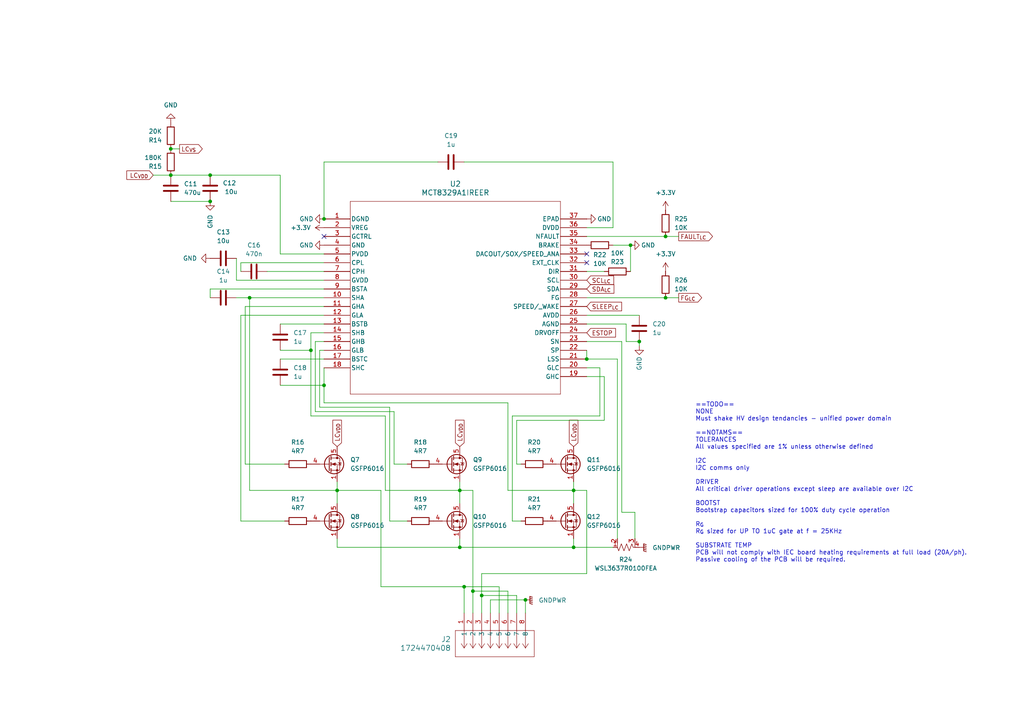
<source format=kicad_sch>
(kicad_sch
	(version 20231120)
	(generator "eeschema")
	(generator_version "8.0")
	(uuid "c7853727-d549-402f-8580-ea5e104c6dbe")
	(paper "A4")
	(title_block
		(title "MQ Rover Controller")
		(date "2024-12-23")
		(rev "A")
		(company "Sierra Engineering Design")
		(comment 1 "Rev. A Initial release")
	)
	(lib_symbols
		(symbol "1724470408:1724470408"
			(pin_names
				(offset 0.254)
			)
			(exclude_from_sim no)
			(in_bom yes)
			(on_board yes)
			(property "Reference" "J"
				(at 8.89 6.35 0)
				(effects
					(font
						(size 1.524 1.524)
					)
				)
			)
			(property "Value" "1724470408"
				(at 0 0 0)
				(effects
					(font
						(size 1.524 1.524)
					)
				)
			)
			(property "Footprint" "CONN08_1724470408_MOL"
				(at 0 0 0)
				(effects
					(font
						(size 1.27 1.27)
						(italic yes)
					)
					(hide yes)
				)
			)
			(property "Datasheet" "1724470408"
				(at 0 0 0)
				(effects
					(font
						(size 1.27 1.27)
						(italic yes)
					)
					(hide yes)
				)
			)
			(property "Description" ""
				(at 0 0 0)
				(effects
					(font
						(size 1.27 1.27)
					)
					(hide yes)
				)
			)
			(property "ki_locked" ""
				(at 0 0 0)
				(effects
					(font
						(size 1.27 1.27)
					)
				)
			)
			(property "ki_keywords" "1724470408"
				(at 0 0 0)
				(effects
					(font
						(size 1.27 1.27)
					)
					(hide yes)
				)
			)
			(property "ki_fp_filters" "CONN08_1724470408_MOL"
				(at 0 0 0)
				(effects
					(font
						(size 1.27 1.27)
					)
					(hide yes)
				)
			)
			(symbol "1724470408_1_1"
				(polyline
					(pts
						(xy 5.08 -20.32) (xy 12.7 -20.32)
					)
					(stroke
						(width 0.127)
						(type default)
					)
					(fill
						(type none)
					)
				)
				(polyline
					(pts
						(xy 5.08 2.54) (xy 5.08 -20.32)
					)
					(stroke
						(width 0.127)
						(type default)
					)
					(fill
						(type none)
					)
				)
				(polyline
					(pts
						(xy 10.16 -17.78) (xy 5.08 -17.78)
					)
					(stroke
						(width 0.127)
						(type default)
					)
					(fill
						(type none)
					)
				)
				(polyline
					(pts
						(xy 10.16 -17.78) (xy 8.89 -18.6267)
					)
					(stroke
						(width 0.127)
						(type default)
					)
					(fill
						(type none)
					)
				)
				(polyline
					(pts
						(xy 10.16 -17.78) (xy 8.89 -16.9333)
					)
					(stroke
						(width 0.127)
						(type default)
					)
					(fill
						(type none)
					)
				)
				(polyline
					(pts
						(xy 10.16 -15.24) (xy 5.08 -15.24)
					)
					(stroke
						(width 0.127)
						(type default)
					)
					(fill
						(type none)
					)
				)
				(polyline
					(pts
						(xy 10.16 -15.24) (xy 8.89 -16.0867)
					)
					(stroke
						(width 0.127)
						(type default)
					)
					(fill
						(type none)
					)
				)
				(polyline
					(pts
						(xy 10.16 -15.24) (xy 8.89 -14.3933)
					)
					(stroke
						(width 0.127)
						(type default)
					)
					(fill
						(type none)
					)
				)
				(polyline
					(pts
						(xy 10.16 -12.7) (xy 5.08 -12.7)
					)
					(stroke
						(width 0.127)
						(type default)
					)
					(fill
						(type none)
					)
				)
				(polyline
					(pts
						(xy 10.16 -12.7) (xy 8.89 -13.5467)
					)
					(stroke
						(width 0.127)
						(type default)
					)
					(fill
						(type none)
					)
				)
				(polyline
					(pts
						(xy 10.16 -12.7) (xy 8.89 -11.8533)
					)
					(stroke
						(width 0.127)
						(type default)
					)
					(fill
						(type none)
					)
				)
				(polyline
					(pts
						(xy 10.16 -10.16) (xy 5.08 -10.16)
					)
					(stroke
						(width 0.127)
						(type default)
					)
					(fill
						(type none)
					)
				)
				(polyline
					(pts
						(xy 10.16 -10.16) (xy 8.89 -11.0067)
					)
					(stroke
						(width 0.127)
						(type default)
					)
					(fill
						(type none)
					)
				)
				(polyline
					(pts
						(xy 10.16 -10.16) (xy 8.89 -9.3133)
					)
					(stroke
						(width 0.127)
						(type default)
					)
					(fill
						(type none)
					)
				)
				(polyline
					(pts
						(xy 10.16 -7.62) (xy 5.08 -7.62)
					)
					(stroke
						(width 0.127)
						(type default)
					)
					(fill
						(type none)
					)
				)
				(polyline
					(pts
						(xy 10.16 -7.62) (xy 8.89 -8.4667)
					)
					(stroke
						(width 0.127)
						(type default)
					)
					(fill
						(type none)
					)
				)
				(polyline
					(pts
						(xy 10.16 -7.62) (xy 8.89 -6.7733)
					)
					(stroke
						(width 0.127)
						(type default)
					)
					(fill
						(type none)
					)
				)
				(polyline
					(pts
						(xy 10.16 -5.08) (xy 5.08 -5.08)
					)
					(stroke
						(width 0.127)
						(type default)
					)
					(fill
						(type none)
					)
				)
				(polyline
					(pts
						(xy 10.16 -5.08) (xy 8.89 -5.9267)
					)
					(stroke
						(width 0.127)
						(type default)
					)
					(fill
						(type none)
					)
				)
				(polyline
					(pts
						(xy 10.16 -5.08) (xy 8.89 -4.2333)
					)
					(stroke
						(width 0.127)
						(type default)
					)
					(fill
						(type none)
					)
				)
				(polyline
					(pts
						(xy 10.16 -2.54) (xy 5.08 -2.54)
					)
					(stroke
						(width 0.127)
						(type default)
					)
					(fill
						(type none)
					)
				)
				(polyline
					(pts
						(xy 10.16 -2.54) (xy 8.89 -3.3867)
					)
					(stroke
						(width 0.127)
						(type default)
					)
					(fill
						(type none)
					)
				)
				(polyline
					(pts
						(xy 10.16 -2.54) (xy 8.89 -1.6933)
					)
					(stroke
						(width 0.127)
						(type default)
					)
					(fill
						(type none)
					)
				)
				(polyline
					(pts
						(xy 10.16 0) (xy 5.08 0)
					)
					(stroke
						(width 0.127)
						(type default)
					)
					(fill
						(type none)
					)
				)
				(polyline
					(pts
						(xy 10.16 0) (xy 8.89 -0.8467)
					)
					(stroke
						(width 0.127)
						(type default)
					)
					(fill
						(type none)
					)
				)
				(polyline
					(pts
						(xy 10.16 0) (xy 8.89 0.8467)
					)
					(stroke
						(width 0.127)
						(type default)
					)
					(fill
						(type none)
					)
				)
				(polyline
					(pts
						(xy 12.7 -20.32) (xy 12.7 2.54)
					)
					(stroke
						(width 0.127)
						(type default)
					)
					(fill
						(type none)
					)
				)
				(polyline
					(pts
						(xy 12.7 2.54) (xy 5.08 2.54)
					)
					(stroke
						(width 0.127)
						(type default)
					)
					(fill
						(type none)
					)
				)
				(pin unspecified line
					(at 0 0 0)
					(length 5.08)
					(name "1"
						(effects
							(font
								(size 1.27 1.27)
							)
						)
					)
					(number "1"
						(effects
							(font
								(size 1.27 1.27)
							)
						)
					)
				)
				(pin unspecified line
					(at 0 -2.54 0)
					(length 5.08)
					(name "2"
						(effects
							(font
								(size 1.27 1.27)
							)
						)
					)
					(number "2"
						(effects
							(font
								(size 1.27 1.27)
							)
						)
					)
				)
				(pin unspecified line
					(at 0 -5.08 0)
					(length 5.08)
					(name "3"
						(effects
							(font
								(size 1.27 1.27)
							)
						)
					)
					(number "3"
						(effects
							(font
								(size 1.27 1.27)
							)
						)
					)
				)
				(pin unspecified line
					(at 0 -7.62 0)
					(length 5.08)
					(name "4"
						(effects
							(font
								(size 1.27 1.27)
							)
						)
					)
					(number "4"
						(effects
							(font
								(size 1.27 1.27)
							)
						)
					)
				)
				(pin unspecified line
					(at 0 -10.16 0)
					(length 5.08)
					(name "5"
						(effects
							(font
								(size 1.27 1.27)
							)
						)
					)
					(number "5"
						(effects
							(font
								(size 1.27 1.27)
							)
						)
					)
				)
				(pin unspecified line
					(at 0 -12.7 0)
					(length 5.08)
					(name "6"
						(effects
							(font
								(size 1.27 1.27)
							)
						)
					)
					(number "6"
						(effects
							(font
								(size 1.27 1.27)
							)
						)
					)
				)
				(pin unspecified line
					(at 0 -15.24 0)
					(length 5.08)
					(name "7"
						(effects
							(font
								(size 1.27 1.27)
							)
						)
					)
					(number "7"
						(effects
							(font
								(size 1.27 1.27)
							)
						)
					)
				)
				(pin unspecified line
					(at 0 -17.78 0)
					(length 5.08)
					(name "8"
						(effects
							(font
								(size 1.27 1.27)
							)
						)
					)
					(number "8"
						(effects
							(font
								(size 1.27 1.27)
							)
						)
					)
				)
			)
			(symbol "1724470408_1_2"
				(polyline
					(pts
						(xy 5.08 -20.32) (xy 12.7 -20.32)
					)
					(stroke
						(width 0.127)
						(type default)
					)
					(fill
						(type none)
					)
				)
				(polyline
					(pts
						(xy 5.08 2.54) (xy 5.08 -20.32)
					)
					(stroke
						(width 0.127)
						(type default)
					)
					(fill
						(type none)
					)
				)
				(polyline
					(pts
						(xy 7.62 -17.78) (xy 5.08 -17.78)
					)
					(stroke
						(width 0.127)
						(type default)
					)
					(fill
						(type none)
					)
				)
				(polyline
					(pts
						(xy 7.62 -17.78) (xy 8.89 -18.6267)
					)
					(stroke
						(width 0.127)
						(type default)
					)
					(fill
						(type none)
					)
				)
				(polyline
					(pts
						(xy 7.62 -17.78) (xy 8.89 -16.9333)
					)
					(stroke
						(width 0.127)
						(type default)
					)
					(fill
						(type none)
					)
				)
				(polyline
					(pts
						(xy 7.62 -15.24) (xy 5.08 -15.24)
					)
					(stroke
						(width 0.127)
						(type default)
					)
					(fill
						(type none)
					)
				)
				(polyline
					(pts
						(xy 7.62 -15.24) (xy 8.89 -16.0867)
					)
					(stroke
						(width 0.127)
						(type default)
					)
					(fill
						(type none)
					)
				)
				(polyline
					(pts
						(xy 7.62 -15.24) (xy 8.89 -14.3933)
					)
					(stroke
						(width 0.127)
						(type default)
					)
					(fill
						(type none)
					)
				)
				(polyline
					(pts
						(xy 7.62 -12.7) (xy 5.08 -12.7)
					)
					(stroke
						(width 0.127)
						(type default)
					)
					(fill
						(type none)
					)
				)
				(polyline
					(pts
						(xy 7.62 -12.7) (xy 8.89 -13.5467)
					)
					(stroke
						(width 0.127)
						(type default)
					)
					(fill
						(type none)
					)
				)
				(polyline
					(pts
						(xy 7.62 -12.7) (xy 8.89 -11.8533)
					)
					(stroke
						(width 0.127)
						(type default)
					)
					(fill
						(type none)
					)
				)
				(polyline
					(pts
						(xy 7.62 -10.16) (xy 5.08 -10.16)
					)
					(stroke
						(width 0.127)
						(type default)
					)
					(fill
						(type none)
					)
				)
				(polyline
					(pts
						(xy 7.62 -10.16) (xy 8.89 -11.0067)
					)
					(stroke
						(width 0.127)
						(type default)
					)
					(fill
						(type none)
					)
				)
				(polyline
					(pts
						(xy 7.62 -10.16) (xy 8.89 -9.3133)
					)
					(stroke
						(width 0.127)
						(type default)
					)
					(fill
						(type none)
					)
				)
				(polyline
					(pts
						(xy 7.62 -7.62) (xy 5.08 -7.62)
					)
					(stroke
						(width 0.127)
						(type default)
					)
					(fill
						(type none)
					)
				)
				(polyline
					(pts
						(xy 7.62 -7.62) (xy 8.89 -8.4667)
					)
					(stroke
						(width 0.127)
						(type default)
					)
					(fill
						(type none)
					)
				)
				(polyline
					(pts
						(xy 7.62 -7.62) (xy 8.89 -6.7733)
					)
					(stroke
						(width 0.127)
						(type default)
					)
					(fill
						(type none)
					)
				)
				(polyline
					(pts
						(xy 7.62 -5.08) (xy 5.08 -5.08)
					)
					(stroke
						(width 0.127)
						(type default)
					)
					(fill
						(type none)
					)
				)
				(polyline
					(pts
						(xy 7.62 -5.08) (xy 8.89 -5.9267)
					)
					(stroke
						(width 0.127)
						(type default)
					)
					(fill
						(type none)
					)
				)
				(polyline
					(pts
						(xy 7.62 -5.08) (xy 8.89 -4.2333)
					)
					(stroke
						(width 0.127)
						(type default)
					)
					(fill
						(type none)
					)
				)
				(polyline
					(pts
						(xy 7.62 -2.54) (xy 5.08 -2.54)
					)
					(stroke
						(width 0.127)
						(type default)
					)
					(fill
						(type none)
					)
				)
				(polyline
					(pts
						(xy 7.62 -2.54) (xy 8.89 -3.3867)
					)
					(stroke
						(width 0.127)
						(type default)
					)
					(fill
						(type none)
					)
				)
				(polyline
					(pts
						(xy 7.62 -2.54) (xy 8.89 -1.6933)
					)
					(stroke
						(width 0.127)
						(type default)
					)
					(fill
						(type none)
					)
				)
				(polyline
					(pts
						(xy 7.62 0) (xy 5.08 0)
					)
					(stroke
						(width 0.127)
						(type default)
					)
					(fill
						(type none)
					)
				)
				(polyline
					(pts
						(xy 7.62 0) (xy 8.89 -0.8467)
					)
					(stroke
						(width 0.127)
						(type default)
					)
					(fill
						(type none)
					)
				)
				(polyline
					(pts
						(xy 7.62 0) (xy 8.89 0.8467)
					)
					(stroke
						(width 0.127)
						(type default)
					)
					(fill
						(type none)
					)
				)
				(polyline
					(pts
						(xy 12.7 -20.32) (xy 12.7 2.54)
					)
					(stroke
						(width 0.127)
						(type default)
					)
					(fill
						(type none)
					)
				)
				(polyline
					(pts
						(xy 12.7 2.54) (xy 5.08 2.54)
					)
					(stroke
						(width 0.127)
						(type default)
					)
					(fill
						(type none)
					)
				)
				(pin unspecified line
					(at 0 0 0)
					(length 5.08)
					(name "1"
						(effects
							(font
								(size 1.27 1.27)
							)
						)
					)
					(number "1"
						(effects
							(font
								(size 1.27 1.27)
							)
						)
					)
				)
				(pin unspecified line
					(at 0 -2.54 0)
					(length 5.08)
					(name "2"
						(effects
							(font
								(size 1.27 1.27)
							)
						)
					)
					(number "2"
						(effects
							(font
								(size 1.27 1.27)
							)
						)
					)
				)
				(pin unspecified line
					(at 0 -5.08 0)
					(length 5.08)
					(name "3"
						(effects
							(font
								(size 1.27 1.27)
							)
						)
					)
					(number "3"
						(effects
							(font
								(size 1.27 1.27)
							)
						)
					)
				)
				(pin unspecified line
					(at 0 -7.62 0)
					(length 5.08)
					(name "4"
						(effects
							(font
								(size 1.27 1.27)
							)
						)
					)
					(number "4"
						(effects
							(font
								(size 1.27 1.27)
							)
						)
					)
				)
				(pin unspecified line
					(at 0 -10.16 0)
					(length 5.08)
					(name "5"
						(effects
							(font
								(size 1.27 1.27)
							)
						)
					)
					(number "5"
						(effects
							(font
								(size 1.27 1.27)
							)
						)
					)
				)
				(pin unspecified line
					(at 0 -12.7 0)
					(length 5.08)
					(name "6"
						(effects
							(font
								(size 1.27 1.27)
							)
						)
					)
					(number "6"
						(effects
							(font
								(size 1.27 1.27)
							)
						)
					)
				)
				(pin unspecified line
					(at 0 -15.24 0)
					(length 5.08)
					(name "7"
						(effects
							(font
								(size 1.27 1.27)
							)
						)
					)
					(number "7"
						(effects
							(font
								(size 1.27 1.27)
							)
						)
					)
				)
				(pin unspecified line
					(at 0 -17.78 0)
					(length 5.08)
					(name "8"
						(effects
							(font
								(size 1.27 1.27)
							)
						)
					)
					(number "8"
						(effects
							(font
								(size 1.27 1.27)
							)
						)
					)
				)
			)
		)
		(symbol "Device:C"
			(pin_numbers hide)
			(pin_names
				(offset 0.254)
			)
			(exclude_from_sim no)
			(in_bom yes)
			(on_board yes)
			(property "Reference" "C"
				(at 0.635 2.54 0)
				(effects
					(font
						(size 1.27 1.27)
					)
					(justify left)
				)
			)
			(property "Value" "C"
				(at 0.635 -2.54 0)
				(effects
					(font
						(size 1.27 1.27)
					)
					(justify left)
				)
			)
			(property "Footprint" ""
				(at 0.9652 -3.81 0)
				(effects
					(font
						(size 1.27 1.27)
					)
					(hide yes)
				)
			)
			(property "Datasheet" "~"
				(at 0 0 0)
				(effects
					(font
						(size 1.27 1.27)
					)
					(hide yes)
				)
			)
			(property "Description" "Unpolarized capacitor"
				(at 0 0 0)
				(effects
					(font
						(size 1.27 1.27)
					)
					(hide yes)
				)
			)
			(property "ki_keywords" "cap capacitor"
				(at 0 0 0)
				(effects
					(font
						(size 1.27 1.27)
					)
					(hide yes)
				)
			)
			(property "ki_fp_filters" "C_*"
				(at 0 0 0)
				(effects
					(font
						(size 1.27 1.27)
					)
					(hide yes)
				)
			)
			(symbol "C_0_1"
				(polyline
					(pts
						(xy -2.032 -0.762) (xy 2.032 -0.762)
					)
					(stroke
						(width 0.508)
						(type default)
					)
					(fill
						(type none)
					)
				)
				(polyline
					(pts
						(xy -2.032 0.762) (xy 2.032 0.762)
					)
					(stroke
						(width 0.508)
						(type default)
					)
					(fill
						(type none)
					)
				)
			)
			(symbol "C_1_1"
				(pin passive line
					(at 0 3.81 270)
					(length 2.794)
					(name "~"
						(effects
							(font
								(size 1.27 1.27)
							)
						)
					)
					(number "1"
						(effects
							(font
								(size 1.27 1.27)
							)
						)
					)
				)
				(pin passive line
					(at 0 -3.81 90)
					(length 2.794)
					(name "~"
						(effects
							(font
								(size 1.27 1.27)
							)
						)
					)
					(number "2"
						(effects
							(font
								(size 1.27 1.27)
							)
						)
					)
				)
			)
		)
		(symbol "Device:R"
			(pin_numbers hide)
			(pin_names
				(offset 0)
			)
			(exclude_from_sim no)
			(in_bom yes)
			(on_board yes)
			(property "Reference" "R"
				(at 2.032 0 90)
				(effects
					(font
						(size 1.27 1.27)
					)
				)
			)
			(property "Value" "R"
				(at 0 0 90)
				(effects
					(font
						(size 1.27 1.27)
					)
				)
			)
			(property "Footprint" ""
				(at -1.778 0 90)
				(effects
					(font
						(size 1.27 1.27)
					)
					(hide yes)
				)
			)
			(property "Datasheet" "~"
				(at 0 0 0)
				(effects
					(font
						(size 1.27 1.27)
					)
					(hide yes)
				)
			)
			(property "Description" "Resistor"
				(at 0 0 0)
				(effects
					(font
						(size 1.27 1.27)
					)
					(hide yes)
				)
			)
			(property "ki_keywords" "R res resistor"
				(at 0 0 0)
				(effects
					(font
						(size 1.27 1.27)
					)
					(hide yes)
				)
			)
			(property "ki_fp_filters" "R_*"
				(at 0 0 0)
				(effects
					(font
						(size 1.27 1.27)
					)
					(hide yes)
				)
			)
			(symbol "R_0_1"
				(rectangle
					(start -1.016 -2.54)
					(end 1.016 2.54)
					(stroke
						(width 0.254)
						(type default)
					)
					(fill
						(type none)
					)
				)
			)
			(symbol "R_1_1"
				(pin passive line
					(at 0 3.81 270)
					(length 1.27)
					(name "~"
						(effects
							(font
								(size 1.27 1.27)
							)
						)
					)
					(number "1"
						(effects
							(font
								(size 1.27 1.27)
							)
						)
					)
				)
				(pin passive line
					(at 0 -3.81 90)
					(length 1.27)
					(name "~"
						(effects
							(font
								(size 1.27 1.27)
							)
						)
					)
					(number "2"
						(effects
							(font
								(size 1.27 1.27)
							)
						)
					)
				)
			)
		)
		(symbol "MCT8329:MCT8329A1IREER"
			(pin_names
				(offset 0.254)
			)
			(exclude_from_sim no)
			(in_bom yes)
			(on_board yes)
			(property "Reference" "U"
				(at 38.1 10.16 0)
				(effects
					(font
						(size 1.524 1.524)
					)
				)
			)
			(property "Value" "MCT8329A1IREER"
				(at 38.1 7.62 0)
				(effects
					(font
						(size 1.524 1.524)
					)
				)
			)
			(property "Footprint" "WQFN36_REE_TEX"
				(at 0 0 0)
				(effects
					(font
						(size 1.27 1.27)
						(italic yes)
					)
					(hide yes)
				)
			)
			(property "Datasheet" "MCT8329A1IREER"
				(at 0 0 0)
				(effects
					(font
						(size 1.27 1.27)
						(italic yes)
					)
					(hide yes)
				)
			)
			(property "Description" ""
				(at 0 0 0)
				(effects
					(font
						(size 1.27 1.27)
					)
					(hide yes)
				)
			)
			(property "ki_locked" ""
				(at 0 0 0)
				(effects
					(font
						(size 1.27 1.27)
					)
				)
			)
			(property "ki_keywords" "MCT8329A1IREER"
				(at 0 0 0)
				(effects
					(font
						(size 1.27 1.27)
					)
					(hide yes)
				)
			)
			(property "ki_fp_filters" "WQFN36_REE_TEX WQFN36_REE_TEX-M WQFN36_REE_TEX-L"
				(at 0 0 0)
				(effects
					(font
						(size 1.27 1.27)
					)
					(hide yes)
				)
			)
			(symbol "MCT8329A1IREER_0_1"
				(polyline
					(pts
						(xy 7.62 -50.8) (xy 68.58 -50.8)
					)
					(stroke
						(width 0.127)
						(type default)
					)
					(fill
						(type none)
					)
				)
				(polyline
					(pts
						(xy 7.62 5.08) (xy 7.62 -50.8)
					)
					(stroke
						(width 0.127)
						(type default)
					)
					(fill
						(type none)
					)
				)
				(polyline
					(pts
						(xy 68.58 -50.8) (xy 68.58 5.08)
					)
					(stroke
						(width 0.127)
						(type default)
					)
					(fill
						(type none)
					)
				)
				(polyline
					(pts
						(xy 68.58 5.08) (xy 7.62 5.08)
					)
					(stroke
						(width 0.127)
						(type default)
					)
					(fill
						(type none)
					)
				)
				(pin power_out line
					(at 0 0 0)
					(length 7.62)
					(name "DGND"
						(effects
							(font
								(size 1.27 1.27)
							)
						)
					)
					(number "1"
						(effects
							(font
								(size 1.27 1.27)
							)
						)
					)
				)
				(pin bidirectional line
					(at 0 -22.86 0)
					(length 7.62)
					(name "SHA"
						(effects
							(font
								(size 1.27 1.27)
							)
						)
					)
					(number "10"
						(effects
							(font
								(size 1.27 1.27)
							)
						)
					)
				)
				(pin output line
					(at 0 -25.4 0)
					(length 7.62)
					(name "GHA"
						(effects
							(font
								(size 1.27 1.27)
							)
						)
					)
					(number "11"
						(effects
							(font
								(size 1.27 1.27)
							)
						)
					)
				)
				(pin output line
					(at 0 -27.94 0)
					(length 7.62)
					(name "GLA"
						(effects
							(font
								(size 1.27 1.27)
							)
						)
					)
					(number "12"
						(effects
							(font
								(size 1.27 1.27)
							)
						)
					)
				)
				(pin output line
					(at 0 -30.48 0)
					(length 7.62)
					(name "BSTB"
						(effects
							(font
								(size 1.27 1.27)
							)
						)
					)
					(number "13"
						(effects
							(font
								(size 1.27 1.27)
							)
						)
					)
				)
				(pin bidirectional line
					(at 0 -33.02 0)
					(length 7.62)
					(name "SHB"
						(effects
							(font
								(size 1.27 1.27)
							)
						)
					)
					(number "14"
						(effects
							(font
								(size 1.27 1.27)
							)
						)
					)
				)
				(pin output line
					(at 0 -35.56 0)
					(length 7.62)
					(name "GHB"
						(effects
							(font
								(size 1.27 1.27)
							)
						)
					)
					(number "15"
						(effects
							(font
								(size 1.27 1.27)
							)
						)
					)
				)
				(pin output line
					(at 0 -38.1 0)
					(length 7.62)
					(name "GLB"
						(effects
							(font
								(size 1.27 1.27)
							)
						)
					)
					(number "16"
						(effects
							(font
								(size 1.27 1.27)
							)
						)
					)
				)
				(pin output line
					(at 0 -40.64 0)
					(length 7.62)
					(name "BSTC"
						(effects
							(font
								(size 1.27 1.27)
							)
						)
					)
					(number "17"
						(effects
							(font
								(size 1.27 1.27)
							)
						)
					)
				)
				(pin bidirectional line
					(at 0 -43.18 0)
					(length 7.62)
					(name "SHC"
						(effects
							(font
								(size 1.27 1.27)
							)
						)
					)
					(number "18"
						(effects
							(font
								(size 1.27 1.27)
							)
						)
					)
				)
				(pin output line
					(at 76.2 -45.72 180)
					(length 7.62)
					(name "GHC"
						(effects
							(font
								(size 1.27 1.27)
							)
						)
					)
					(number "19"
						(effects
							(font
								(size 1.27 1.27)
							)
						)
					)
				)
				(pin power_in line
					(at 0 -2.54 0)
					(length 7.62)
					(name "VREG"
						(effects
							(font
								(size 1.27 1.27)
							)
						)
					)
					(number "2"
						(effects
							(font
								(size 1.27 1.27)
							)
						)
					)
				)
				(pin output line
					(at 76.2 -43.18 180)
					(length 7.62)
					(name "GLC"
						(effects
							(font
								(size 1.27 1.27)
							)
						)
					)
					(number "20"
						(effects
							(font
								(size 1.27 1.27)
							)
						)
					)
				)
				(pin power_in line
					(at 76.2 -40.64 180)
					(length 7.62)
					(name "LSS"
						(effects
							(font
								(size 1.27 1.27)
							)
						)
					)
					(number "21"
						(effects
							(font
								(size 1.27 1.27)
							)
						)
					)
				)
				(pin input line
					(at 76.2 -38.1 180)
					(length 7.62)
					(name "SP"
						(effects
							(font
								(size 1.27 1.27)
							)
						)
					)
					(number "22"
						(effects
							(font
								(size 1.27 1.27)
							)
						)
					)
				)
				(pin input line
					(at 76.2 -35.56 180)
					(length 7.62)
					(name "SN"
						(effects
							(font
								(size 1.27 1.27)
							)
						)
					)
					(number "23"
						(effects
							(font
								(size 1.27 1.27)
							)
						)
					)
				)
				(pin input line
					(at 76.2 -33.02 180)
					(length 7.62)
					(name "DRVOFF"
						(effects
							(font
								(size 1.27 1.27)
							)
						)
					)
					(number "24"
						(effects
							(font
								(size 1.27 1.27)
							)
						)
					)
				)
				(pin power_out line
					(at 76.2 -30.48 180)
					(length 7.62)
					(name "AGND"
						(effects
							(font
								(size 1.27 1.27)
							)
						)
					)
					(number "25"
						(effects
							(font
								(size 1.27 1.27)
							)
						)
					)
				)
				(pin power_in line
					(at 76.2 -27.94 180)
					(length 7.62)
					(name "AVDD"
						(effects
							(font
								(size 1.27 1.27)
							)
						)
					)
					(number "26"
						(effects
							(font
								(size 1.27 1.27)
							)
						)
					)
				)
				(pin input line
					(at 76.2 -25.4 180)
					(length 7.62)
					(name "SPEED/_WAKE"
						(effects
							(font
								(size 1.27 1.27)
							)
						)
					)
					(number "27"
						(effects
							(font
								(size 1.27 1.27)
							)
						)
					)
				)
				(pin output line
					(at 76.2 -22.86 180)
					(length 7.62)
					(name "FG"
						(effects
							(font
								(size 1.27 1.27)
							)
						)
					)
					(number "28"
						(effects
							(font
								(size 1.27 1.27)
							)
						)
					)
				)
				(pin bidirectional line
					(at 76.2 -20.32 180)
					(length 7.62)
					(name "SDA"
						(effects
							(font
								(size 1.27 1.27)
							)
						)
					)
					(number "29"
						(effects
							(font
								(size 1.27 1.27)
							)
						)
					)
				)
				(pin output line
					(at 0 -5.08 0)
					(length 7.62)
					(name "GCTRL"
						(effects
							(font
								(size 1.27 1.27)
							)
						)
					)
					(number "3"
						(effects
							(font
								(size 1.27 1.27)
							)
						)
					)
				)
				(pin input line
					(at 76.2 -17.78 180)
					(length 7.62)
					(name "SCL"
						(effects
							(font
								(size 1.27 1.27)
							)
						)
					)
					(number "30"
						(effects
							(font
								(size 1.27 1.27)
							)
						)
					)
				)
				(pin input line
					(at 76.2 -15.24 180)
					(length 7.62)
					(name "DIR"
						(effects
							(font
								(size 1.27 1.27)
							)
						)
					)
					(number "31"
						(effects
							(font
								(size 1.27 1.27)
							)
						)
					)
				)
				(pin input line
					(at 76.2 -12.7 180)
					(length 7.62)
					(name "EXT_CLK"
						(effects
							(font
								(size 1.27 1.27)
							)
						)
					)
					(number "32"
						(effects
							(font
								(size 1.27 1.27)
							)
						)
					)
				)
				(pin bidirectional line
					(at 76.2 -10.16 180)
					(length 7.62)
					(name "DACOUT/SOX/SPEED_ANA"
						(effects
							(font
								(size 1.27 1.27)
							)
						)
					)
					(number "33"
						(effects
							(font
								(size 1.27 1.27)
							)
						)
					)
				)
				(pin input line
					(at 76.2 -7.62 180)
					(length 7.62)
					(name "BRAKE"
						(effects
							(font
								(size 1.27 1.27)
							)
						)
					)
					(number "34"
						(effects
							(font
								(size 1.27 1.27)
							)
						)
					)
				)
				(pin output line
					(at 76.2 -5.08 180)
					(length 7.62)
					(name "NFAULT"
						(effects
							(font
								(size 1.27 1.27)
							)
						)
					)
					(number "35"
						(effects
							(font
								(size 1.27 1.27)
							)
						)
					)
				)
				(pin power_in line
					(at 76.2 -2.54 180)
					(length 7.62)
					(name "DVDD"
						(effects
							(font
								(size 1.27 1.27)
							)
						)
					)
					(number "36"
						(effects
							(font
								(size 1.27 1.27)
							)
						)
					)
				)
				(pin power_out line
					(at 76.2 0 180)
					(length 7.62)
					(name "EPAD"
						(effects
							(font
								(size 1.27 1.27)
							)
						)
					)
					(number "37"
						(effects
							(font
								(size 1.27 1.27)
							)
						)
					)
				)
				(pin power_out line
					(at 0 -7.62 0)
					(length 7.62)
					(name "GND"
						(effects
							(font
								(size 1.27 1.27)
							)
						)
					)
					(number "4"
						(effects
							(font
								(size 1.27 1.27)
							)
						)
					)
				)
				(pin power_in line
					(at 0 -10.16 0)
					(length 7.62)
					(name "PVDD"
						(effects
							(font
								(size 1.27 1.27)
							)
						)
					)
					(number "5"
						(effects
							(font
								(size 1.27 1.27)
							)
						)
					)
				)
				(pin power_in line
					(at 0 -12.7 0)
					(length 7.62)
					(name "CPL"
						(effects
							(font
								(size 1.27 1.27)
							)
						)
					)
					(number "6"
						(effects
							(font
								(size 1.27 1.27)
							)
						)
					)
				)
				(pin power_in line
					(at 0 -15.24 0)
					(length 7.62)
					(name "CPH"
						(effects
							(font
								(size 1.27 1.27)
							)
						)
					)
					(number "7"
						(effects
							(font
								(size 1.27 1.27)
							)
						)
					)
				)
				(pin power_in line
					(at 0 -17.78 0)
					(length 7.62)
					(name "GVDD"
						(effects
							(font
								(size 1.27 1.27)
							)
						)
					)
					(number "8"
						(effects
							(font
								(size 1.27 1.27)
							)
						)
					)
				)
				(pin output line
					(at 0 -20.32 0)
					(length 7.62)
					(name "BSTA"
						(effects
							(font
								(size 1.27 1.27)
							)
						)
					)
					(number "9"
						(effects
							(font
								(size 1.27 1.27)
							)
						)
					)
				)
			)
		)
		(symbol "Transistor_FET:SiR696DP"
			(pin_names hide)
			(exclude_from_sim no)
			(in_bom yes)
			(on_board yes)
			(property "Reference" "Q"
				(at 5.08 1.905 0)
				(effects
					(font
						(size 1.27 1.27)
					)
					(justify left)
				)
			)
			(property "Value" "SiR696DP"
				(at 5.08 0 0)
				(effects
					(font
						(size 1.27 1.27)
					)
					(justify left)
				)
			)
			(property "Footprint" "Package_SO:PowerPAK_SO-8_Single"
				(at 5.08 -1.905 0)
				(effects
					(font
						(size 1.27 1.27)
						(italic yes)
					)
					(justify left)
					(hide yes)
				)
			)
			(property "Datasheet" "https://www.vishay.com/docs/65689/sir696dp.pdf"
				(at 5.08 -3.81 0)
				(effects
					(font
						(size 1.27 1.27)
					)
					(justify left)
					(hide yes)
				)
			)
			(property "Description" "60A Id, 125V Vds N-Channel MOSFET, 9.6mOhm Ron, 19.4 nC Qg(typ), PowerPAK-8"
				(at 0 0 0)
				(effects
					(font
						(size 1.27 1.27)
					)
					(hide yes)
				)
			)
			(property "ki_keywords" "NMOS NFET Vishay"
				(at 0 0 0)
				(effects
					(font
						(size 1.27 1.27)
					)
					(hide yes)
				)
			)
			(property "ki_fp_filters" "PowerPAK*SO*Single*"
				(at 0 0 0)
				(effects
					(font
						(size 1.27 1.27)
					)
					(hide yes)
				)
			)
			(symbol "SiR696DP_0_1"
				(polyline
					(pts
						(xy 0.254 0) (xy -2.54 0)
					)
					(stroke
						(width 0)
						(type default)
					)
					(fill
						(type none)
					)
				)
				(polyline
					(pts
						(xy 0.254 1.905) (xy 0.254 -1.905)
					)
					(stroke
						(width 0.254)
						(type default)
					)
					(fill
						(type none)
					)
				)
				(polyline
					(pts
						(xy 0.762 -1.27) (xy 0.762 -2.286)
					)
					(stroke
						(width 0.254)
						(type default)
					)
					(fill
						(type none)
					)
				)
				(polyline
					(pts
						(xy 0.762 0.508) (xy 0.762 -0.508)
					)
					(stroke
						(width 0.254)
						(type default)
					)
					(fill
						(type none)
					)
				)
				(polyline
					(pts
						(xy 0.762 2.286) (xy 0.762 1.27)
					)
					(stroke
						(width 0.254)
						(type default)
					)
					(fill
						(type none)
					)
				)
				(polyline
					(pts
						(xy 2.54 2.54) (xy 2.54 1.778)
					)
					(stroke
						(width 0)
						(type default)
					)
					(fill
						(type none)
					)
				)
				(polyline
					(pts
						(xy 2.54 -2.54) (xy 2.54 0) (xy 0.762 0)
					)
					(stroke
						(width 0)
						(type default)
					)
					(fill
						(type none)
					)
				)
				(polyline
					(pts
						(xy 0.762 -1.778) (xy 3.302 -1.778) (xy 3.302 1.778) (xy 0.762 1.778)
					)
					(stroke
						(width 0)
						(type default)
					)
					(fill
						(type none)
					)
				)
				(polyline
					(pts
						(xy 1.016 0) (xy 2.032 0.381) (xy 2.032 -0.381) (xy 1.016 0)
					)
					(stroke
						(width 0)
						(type default)
					)
					(fill
						(type outline)
					)
				)
				(polyline
					(pts
						(xy 2.794 0.508) (xy 2.921 0.381) (xy 3.683 0.381) (xy 3.81 0.254)
					)
					(stroke
						(width 0)
						(type default)
					)
					(fill
						(type none)
					)
				)
				(polyline
					(pts
						(xy 3.302 0.381) (xy 2.921 -0.254) (xy 3.683 -0.254) (xy 3.302 0.381)
					)
					(stroke
						(width 0)
						(type default)
					)
					(fill
						(type none)
					)
				)
				(circle
					(center 1.651 0)
					(radius 2.794)
					(stroke
						(width 0.254)
						(type default)
					)
					(fill
						(type none)
					)
				)
				(circle
					(center 2.54 -1.778)
					(radius 0.254)
					(stroke
						(width 0)
						(type default)
					)
					(fill
						(type outline)
					)
				)
				(circle
					(center 2.54 1.778)
					(radius 0.254)
					(stroke
						(width 0)
						(type default)
					)
					(fill
						(type outline)
					)
				)
			)
			(symbol "SiR696DP_1_1"
				(pin passive line
					(at 2.54 -5.08 90)
					(length 2.54)
					(name "S"
						(effects
							(font
								(size 1.27 1.27)
							)
						)
					)
					(number "1"
						(effects
							(font
								(size 1.27 1.27)
							)
						)
					)
				)
				(pin passive line
					(at 2.54 -5.08 90)
					(length 2.54) hide
					(name "S"
						(effects
							(font
								(size 1.27 1.27)
							)
						)
					)
					(number "2"
						(effects
							(font
								(size 1.27 1.27)
							)
						)
					)
				)
				(pin passive line
					(at 2.54 -5.08 90)
					(length 2.54) hide
					(name "S"
						(effects
							(font
								(size 1.27 1.27)
							)
						)
					)
					(number "3"
						(effects
							(font
								(size 1.27 1.27)
							)
						)
					)
				)
				(pin input line
					(at -5.08 0 0)
					(length 2.54)
					(name "G"
						(effects
							(font
								(size 1.27 1.27)
							)
						)
					)
					(number "4"
						(effects
							(font
								(size 1.27 1.27)
							)
						)
					)
				)
				(pin passive line
					(at 2.54 5.08 270)
					(length 2.54)
					(name "D"
						(effects
							(font
								(size 1.27 1.27)
							)
						)
					)
					(number "5"
						(effects
							(font
								(size 1.27 1.27)
							)
						)
					)
				)
			)
		)
		(symbol "WSL3637R0100FEA:WSL3637R0100FEA"
			(pin_names
				(offset 0.254)
			)
			(exclude_from_sim no)
			(in_bom yes)
			(on_board yes)
			(property "Reference" "R"
				(at 0 2.794 0)
				(effects
					(font
						(size 1.27 1.27)
					)
				)
			)
			(property "Value" "WSL3637R0100FEA"
				(at -0.254 4.826 0)
				(effects
					(font
						(size 1.27 1.27)
					)
				)
			)
			(property "Footprint" "WSL3637_VIS"
				(at -20.32 -7.112 0)
				(effects
					(font
						(size 1.27 1.27)
						(italic yes)
					)
					(hide yes)
				)
			)
			(property "Datasheet" "WSL3637R0100FEA"
				(at -20.066 -8.89 0)
				(effects
					(font
						(size 1.27 1.27)
						(italic yes)
					)
					(hide yes)
				)
			)
			(property "Description" ""
				(at -6.35 -2.54 0)
				(effects
					(font
						(size 1.27 1.27)
					)
					(hide yes)
				)
			)
			(property "ki_locked" ""
				(at 0 0 0)
				(effects
					(font
						(size 1.27 1.27)
					)
				)
			)
			(property "ki_keywords" "WSL3637R0100FEA"
				(at 0 0 0)
				(effects
					(font
						(size 1.27 1.27)
					)
					(hide yes)
				)
			)
			(property "ki_fp_filters" "WSL3637_VIS"
				(at 0 0 0)
				(effects
					(font
						(size 1.27 1.27)
					)
					(hide yes)
				)
			)
			(symbol "WSL3637R0100FEA_0_1"
				(polyline
					(pts
						(xy -2.54 0) (xy -2.794 0)
					)
					(stroke
						(width 0)
						(type default)
					)
					(fill
						(type none)
					)
				)
				(polyline
					(pts
						(xy 2.032 0) (xy 2.54 0)
					)
					(stroke
						(width 0)
						(type default)
					)
					(fill
						(type none)
					)
				)
				(polyline
					(pts
						(xy -2.54 0) (xy -2.159 1.016) (xy -1.778 0) (xy -1.397 -1.016) (xy -1.016 0)
					)
					(stroke
						(width 0)
						(type default)
					)
					(fill
						(type none)
					)
				)
				(polyline
					(pts
						(xy -1.016 0) (xy -0.635 1.016) (xy -0.254 0) (xy 0.127 -1.016) (xy 0.508 0)
					)
					(stroke
						(width 0)
						(type default)
					)
					(fill
						(type none)
					)
				)
				(polyline
					(pts
						(xy 0.508 0) (xy 0.889 1.016) (xy 1.27 0) (xy 1.651 -1.016) (xy 2.032 0)
					)
					(stroke
						(width 0)
						(type default)
					)
					(fill
						(type none)
					)
				)
			)
			(symbol "WSL3637R0100FEA_1_1"
				(polyline
					(pts
						(xy -2.54 -1.27) (xy -2.54 0)
					)
					(stroke
						(width 0)
						(type default)
					)
					(fill
						(type none)
					)
				)
				(polyline
					(pts
						(xy 2.54 -1.27) (xy 2.54 0)
					)
					(stroke
						(width 0)
						(type default)
					)
					(fill
						(type none)
					)
				)
				(pin passive line
					(at -3.81 0 0)
					(length 1.27)
					(name "~"
						(effects
							(font
								(size 1.27 1.27)
							)
						)
					)
					(number "1"
						(effects
							(font
								(size 1.27 1.27)
							)
						)
					)
				)
				(pin passive line
					(at -2.54 -2.54 90)
					(length 1.27)
					(name "~"
						(effects
							(font
								(size 1.27 1.27)
							)
						)
					)
					(number "2"
						(effects
							(font
								(size 1.27 1.27)
							)
						)
					)
				)
				(pin passive line
					(at 2.54 -2.54 90)
					(length 1.27)
					(name "~"
						(effects
							(font
								(size 1.27 1.27)
							)
						)
					)
					(number "3"
						(effects
							(font
								(size 1.27 1.27)
							)
						)
					)
				)
				(pin passive line
					(at 3.81 0 180)
					(length 1.27)
					(name "~"
						(effects
							(font
								(size 1.27 1.27)
							)
						)
					)
					(number "4"
						(effects
							(font
								(size 1.27 1.27)
							)
						)
					)
				)
			)
		)
		(symbol "power:+3.3V"
			(power)
			(pin_numbers hide)
			(pin_names
				(offset 0) hide)
			(exclude_from_sim no)
			(in_bom yes)
			(on_board yes)
			(property "Reference" "#PWR"
				(at 0 -3.81 0)
				(effects
					(font
						(size 1.27 1.27)
					)
					(hide yes)
				)
			)
			(property "Value" "+3.3V"
				(at 0 3.556 0)
				(effects
					(font
						(size 1.27 1.27)
					)
				)
			)
			(property "Footprint" ""
				(at 0 0 0)
				(effects
					(font
						(size 1.27 1.27)
					)
					(hide yes)
				)
			)
			(property "Datasheet" ""
				(at 0 0 0)
				(effects
					(font
						(size 1.27 1.27)
					)
					(hide yes)
				)
			)
			(property "Description" "Power symbol creates a global label with name \"+3.3V\""
				(at 0 0 0)
				(effects
					(font
						(size 1.27 1.27)
					)
					(hide yes)
				)
			)
			(property "ki_keywords" "global power"
				(at 0 0 0)
				(effects
					(font
						(size 1.27 1.27)
					)
					(hide yes)
				)
			)
			(symbol "+3.3V_0_1"
				(polyline
					(pts
						(xy -0.762 1.27) (xy 0 2.54)
					)
					(stroke
						(width 0)
						(type default)
					)
					(fill
						(type none)
					)
				)
				(polyline
					(pts
						(xy 0 0) (xy 0 2.54)
					)
					(stroke
						(width 0)
						(type default)
					)
					(fill
						(type none)
					)
				)
				(polyline
					(pts
						(xy 0 2.54) (xy 0.762 1.27)
					)
					(stroke
						(width 0)
						(type default)
					)
					(fill
						(type none)
					)
				)
			)
			(symbol "+3.3V_1_1"
				(pin power_in line
					(at 0 0 90)
					(length 0)
					(name "~"
						(effects
							(font
								(size 1.27 1.27)
							)
						)
					)
					(number "1"
						(effects
							(font
								(size 1.27 1.27)
							)
						)
					)
				)
			)
		)
		(symbol "power:GND"
			(power)
			(pin_numbers hide)
			(pin_names
				(offset 0) hide)
			(exclude_from_sim no)
			(in_bom yes)
			(on_board yes)
			(property "Reference" "#PWR"
				(at 0 -6.35 0)
				(effects
					(font
						(size 1.27 1.27)
					)
					(hide yes)
				)
			)
			(property "Value" "GND"
				(at 0 -3.81 0)
				(effects
					(font
						(size 1.27 1.27)
					)
				)
			)
			(property "Footprint" ""
				(at 0 0 0)
				(effects
					(font
						(size 1.27 1.27)
					)
					(hide yes)
				)
			)
			(property "Datasheet" ""
				(at 0 0 0)
				(effects
					(font
						(size 1.27 1.27)
					)
					(hide yes)
				)
			)
			(property "Description" "Power symbol creates a global label with name \"GND\" , ground"
				(at 0 0 0)
				(effects
					(font
						(size 1.27 1.27)
					)
					(hide yes)
				)
			)
			(property "ki_keywords" "global power"
				(at 0 0 0)
				(effects
					(font
						(size 1.27 1.27)
					)
					(hide yes)
				)
			)
			(symbol "GND_0_1"
				(polyline
					(pts
						(xy 0 0) (xy 0 -1.27) (xy 1.27 -1.27) (xy 0 -2.54) (xy -1.27 -1.27) (xy 0 -1.27)
					)
					(stroke
						(width 0)
						(type default)
					)
					(fill
						(type none)
					)
				)
			)
			(symbol "GND_1_1"
				(pin power_in line
					(at 0 0 270)
					(length 0)
					(name "~"
						(effects
							(font
								(size 1.27 1.27)
							)
						)
					)
					(number "1"
						(effects
							(font
								(size 1.27 1.27)
							)
						)
					)
				)
			)
		)
		(symbol "power:GNDPWR"
			(power)
			(pin_numbers hide)
			(pin_names
				(offset 0) hide)
			(exclude_from_sim no)
			(in_bom yes)
			(on_board yes)
			(property "Reference" "#PWR"
				(at 0 -5.08 0)
				(effects
					(font
						(size 1.27 1.27)
					)
					(hide yes)
				)
			)
			(property "Value" "GNDPWR"
				(at 0 -3.302 0)
				(effects
					(font
						(size 1.27 1.27)
					)
				)
			)
			(property "Footprint" ""
				(at 0 -1.27 0)
				(effects
					(font
						(size 1.27 1.27)
					)
					(hide yes)
				)
			)
			(property "Datasheet" ""
				(at 0 -1.27 0)
				(effects
					(font
						(size 1.27 1.27)
					)
					(hide yes)
				)
			)
			(property "Description" "Power symbol creates a global label with name \"GNDPWR\" , global ground"
				(at 0 0 0)
				(effects
					(font
						(size 1.27 1.27)
					)
					(hide yes)
				)
			)
			(property "ki_keywords" "global ground"
				(at 0 0 0)
				(effects
					(font
						(size 1.27 1.27)
					)
					(hide yes)
				)
			)
			(symbol "GNDPWR_0_1"
				(polyline
					(pts
						(xy 0 -1.27) (xy 0 0)
					)
					(stroke
						(width 0)
						(type default)
					)
					(fill
						(type none)
					)
				)
				(polyline
					(pts
						(xy -1.016 -1.27) (xy -1.27 -2.032) (xy -1.27 -2.032)
					)
					(stroke
						(width 0.2032)
						(type default)
					)
					(fill
						(type none)
					)
				)
				(polyline
					(pts
						(xy -0.508 -1.27) (xy -0.762 -2.032) (xy -0.762 -2.032)
					)
					(stroke
						(width 0.2032)
						(type default)
					)
					(fill
						(type none)
					)
				)
				(polyline
					(pts
						(xy 0 -1.27) (xy -0.254 -2.032) (xy -0.254 -2.032)
					)
					(stroke
						(width 0.2032)
						(type default)
					)
					(fill
						(type none)
					)
				)
				(polyline
					(pts
						(xy 0.508 -1.27) (xy 0.254 -2.032) (xy 0.254 -2.032)
					)
					(stroke
						(width 0.2032)
						(type default)
					)
					(fill
						(type none)
					)
				)
				(polyline
					(pts
						(xy 1.016 -1.27) (xy -1.016 -1.27) (xy -1.016 -1.27)
					)
					(stroke
						(width 0.2032)
						(type default)
					)
					(fill
						(type none)
					)
				)
				(polyline
					(pts
						(xy 1.016 -1.27) (xy 0.762 -2.032) (xy 0.762 -2.032) (xy 0.762 -2.032)
					)
					(stroke
						(width 0.2032)
						(type default)
					)
					(fill
						(type none)
					)
				)
			)
			(symbol "GNDPWR_1_1"
				(pin power_in line
					(at 0 0 270)
					(length 0)
					(name "~"
						(effects
							(font
								(size 1.27 1.27)
							)
						)
					)
					(number "1"
						(effects
							(font
								(size 1.27 1.27)
							)
						)
					)
				)
			)
		)
	)
	(junction
		(at 97.79 142.24)
		(diameter 0)
		(color 0 0 0 0)
		(uuid "18c2c21d-0274-4996-84c7-e10605f9bbea")
	)
	(junction
		(at 49.53 50.8)
		(diameter 0)
		(color 0 0 0 0)
		(uuid "2168cd76-d7c6-4f4b-9fcb-2e449d0dad8a")
	)
	(junction
		(at 93.98 63.5)
		(diameter 0)
		(color 0 0 0 0)
		(uuid "29b00eb2-ee8c-4286-a213-b27f85a5cff6")
	)
	(junction
		(at 166.37 142.24)
		(diameter 0)
		(color 0 0 0 0)
		(uuid "5144cde8-8255-4c6a-8347-0ef569cb645c")
	)
	(junction
		(at 93.98 111.76)
		(diameter 0)
		(color 0 0 0 0)
		(uuid "678bd85e-e981-443f-9a06-c20b1c64749a")
	)
	(junction
		(at 137.16 171.45)
		(diameter 0)
		(color 0 0 0 0)
		(uuid "6be90773-7cca-4c68-b4a7-c77765dc153a")
	)
	(junction
		(at 133.35 158.75)
		(diameter 0)
		(color 0 0 0 0)
		(uuid "70c558b6-8dad-450d-bff4-48b3ecffc3ae")
	)
	(junction
		(at 60.96 50.8)
		(diameter 0)
		(color 0 0 0 0)
		(uuid "7eb92e00-921d-42be-9bbf-0fdbf3823912")
	)
	(junction
		(at 193.04 68.58)
		(diameter 0)
		(color 0 0 0 0)
		(uuid "7efebf3d-766c-4756-9ab0-9118fcc942fc")
	)
	(junction
		(at 152.4 173.99)
		(diameter 0)
		(color 0 0 0 0)
		(uuid "8f9d60d3-6b26-4231-875d-b840ab38c8cf")
	)
	(junction
		(at 170.18 104.14)
		(diameter 0)
		(color 0 0 0 0)
		(uuid "9ef78abe-6621-4052-a89e-600e78e74af4")
	)
	(junction
		(at 90.17 101.6)
		(diameter 0)
		(color 0 0 0 0)
		(uuid "9fd34b80-91c9-4cc7-afa1-dc95ffe90fc7")
	)
	(junction
		(at 166.37 158.75)
		(diameter 0)
		(color 0 0 0 0)
		(uuid "a2f1fa03-5c6c-484b-b8a9-91af4e01ad2f")
	)
	(junction
		(at 193.04 86.36)
		(diameter 0)
		(color 0 0 0 0)
		(uuid "b20569df-561c-49c8-acaf-5d07ce0a9286")
	)
	(junction
		(at 185.42 99.06)
		(diameter 0)
		(color 0 0 0 0)
		(uuid "bb9fccb2-3ffc-4757-81ab-223e0ad43e47")
	)
	(junction
		(at 49.53 43.18)
		(diameter 0)
		(color 0 0 0 0)
		(uuid "c7adad75-981e-4d12-a101-b392eaa5d5e6")
	)
	(junction
		(at 182.88 71.12)
		(diameter 0)
		(color 0 0 0 0)
		(uuid "d0fe20ef-a640-42ef-856d-00567f074be2")
	)
	(junction
		(at 139.7 172.72)
		(diameter 0)
		(color 0 0 0 0)
		(uuid "e6ac784c-c4b0-4952-afea-f22c79b7bb4a")
	)
	(junction
		(at 134.62 170.18)
		(diameter 0)
		(color 0 0 0 0)
		(uuid "ea3157de-18a3-4c95-9b06-2800bf913c8b")
	)
	(junction
		(at 60.96 58.42)
		(diameter 0)
		(color 0 0 0 0)
		(uuid "ea87ef0c-c507-4afb-aa7c-37bd228abb24")
	)
	(junction
		(at 133.35 142.24)
		(diameter 0)
		(color 0 0 0 0)
		(uuid "eb9dcbc5-3ab0-4268-ade4-42465f52152f")
	)
	(junction
		(at 72.39 86.36)
		(diameter 0)
		(color 0 0 0 0)
		(uuid "ee385912-e2f3-48c2-b584-bd4f22609d57")
	)
	(no_connect
		(at 170.18 76.2)
		(uuid "121b537b-bdb7-4113-96c5-6a9714f34554")
	)
	(no_connect
		(at 93.98 68.58)
		(uuid "a1cf5f81-8513-4f1f-8e64-e54944e8d828")
	)
	(no_connect
		(at 170.18 73.66)
		(uuid "b6ad8ff4-c443-4f52-918c-3c01d47f1d56")
	)
	(wire
		(pts
			(xy 81.28 111.76) (xy 93.98 111.76)
		)
		(stroke
			(width 0)
			(type default)
		)
		(uuid "0095bda5-0b15-4c46-af2b-f1d36349c2f4")
	)
	(wire
		(pts
			(xy 166.37 158.75) (xy 133.35 158.75)
		)
		(stroke
			(width 0)
			(type default)
		)
		(uuid "05fa9a74-8d4d-413a-89e3-9724a0bfe86b")
	)
	(wire
		(pts
			(xy 90.17 101.6) (xy 90.17 120.65)
		)
		(stroke
			(width 0)
			(type default)
		)
		(uuid "07b80be9-f34c-4cc9-808c-9591d97b2738")
	)
	(wire
		(pts
			(xy 49.53 58.42) (xy 60.96 58.42)
		)
		(stroke
			(width 0)
			(type default)
		)
		(uuid "07e7211b-d7c7-4055-adaf-968b66e8da49")
	)
	(wire
		(pts
			(xy 68.58 81.28) (xy 68.58 74.93)
		)
		(stroke
			(width 0)
			(type default)
		)
		(uuid "0acc4eed-44f4-49a7-8198-1d056cdc369c")
	)
	(wire
		(pts
			(xy 148.59 151.13) (xy 151.13 151.13)
		)
		(stroke
			(width 0)
			(type default)
		)
		(uuid "117f030c-06ab-43b9-a23d-b8fa1811d147")
	)
	(wire
		(pts
			(xy 149.86 121.92) (xy 175.26 121.92)
		)
		(stroke
			(width 0)
			(type default)
		)
		(uuid "12708bde-5356-4c4b-b8c8-a62db832a3e7")
	)
	(wire
		(pts
			(xy 177.8 66.04) (xy 177.8 46.99)
		)
		(stroke
			(width 0)
			(type default)
		)
		(uuid "14ec801d-b2ee-4925-bebc-0f2cc0e78e3b")
	)
	(wire
		(pts
			(xy 139.7 177.8) (xy 139.7 172.72)
		)
		(stroke
			(width 0)
			(type default)
		)
		(uuid "15b25372-b10a-4131-a2ca-8512e688652f")
	)
	(wire
		(pts
			(xy 111.76 142.24) (xy 133.35 142.24)
		)
		(stroke
			(width 0)
			(type default)
		)
		(uuid "1655ce6d-8671-4cda-942c-bce0ea8eeba8")
	)
	(wire
		(pts
			(xy 114.3 119.38) (xy 114.3 134.62)
		)
		(stroke
			(width 0)
			(type default)
		)
		(uuid "1d9dc3d1-9083-4974-b57d-4d17ca69fd7c")
	)
	(wire
		(pts
			(xy 71.12 134.62) (xy 71.12 88.9)
		)
		(stroke
			(width 0)
			(type default)
		)
		(uuid "1dff71c1-efb7-4694-80af-497c81d4d40a")
	)
	(wire
		(pts
			(xy 92.71 118.11) (xy 113.03 118.11)
		)
		(stroke
			(width 0)
			(type default)
		)
		(uuid "217b2e6e-603c-4fef-b1e6-2b77360b1d9a")
	)
	(wire
		(pts
			(xy 93.98 101.6) (xy 92.71 101.6)
		)
		(stroke
			(width 0)
			(type default)
		)
		(uuid "2306bdec-dd6e-4b31-916b-92fc388e4be0")
	)
	(wire
		(pts
			(xy 180.34 148.59) (xy 180.34 99.06)
		)
		(stroke
			(width 0)
			(type default)
		)
		(uuid "23fdf788-bc81-45c4-ace8-011ab9923e01")
	)
	(wire
		(pts
			(xy 93.98 106.68) (xy 93.98 111.76)
		)
		(stroke
			(width 0)
			(type default)
		)
		(uuid "34f0cb1e-99dc-48af-b351-5709ef8d8b5c")
	)
	(wire
		(pts
			(xy 147.32 171.45) (xy 147.32 177.8)
		)
		(stroke
			(width 0)
			(type default)
		)
		(uuid "3678f03f-4356-4a4b-8bc1-31c615b93403")
	)
	(wire
		(pts
			(xy 52.07 43.18) (xy 49.53 43.18)
		)
		(stroke
			(width 0)
			(type default)
		)
		(uuid "36d105a3-2c6a-4f64-86de-ff9f16651b91")
	)
	(wire
		(pts
			(xy 148.59 120.65) (xy 148.59 151.13)
		)
		(stroke
			(width 0)
			(type default)
		)
		(uuid "399d8d57-2cd1-49c7-b0f3-ddf53f8d52fd")
	)
	(wire
		(pts
			(xy 97.79 142.24) (xy 97.79 139.7)
		)
		(stroke
			(width 0)
			(type default)
		)
		(uuid "39c49342-7998-4f31-b9c1-ff0f1945841c")
	)
	(wire
		(pts
			(xy 127 46.99) (xy 93.98 46.99)
		)
		(stroke
			(width 0)
			(type default)
		)
		(uuid "3a55ed9e-42aa-4077-a181-1da6909061e8")
	)
	(wire
		(pts
			(xy 69.85 76.2) (xy 93.98 76.2)
		)
		(stroke
			(width 0)
			(type default)
		)
		(uuid "3bd4ce05-8f68-4892-b3c0-b32d8977bc20")
	)
	(wire
		(pts
			(xy 147.32 116.84) (xy 147.32 142.24)
		)
		(stroke
			(width 0)
			(type default)
		)
		(uuid "3dd1c766-9d8c-42df-a5bd-38e075b70be5")
	)
	(wire
		(pts
			(xy 60.96 83.82) (xy 60.96 86.36)
		)
		(stroke
			(width 0)
			(type default)
		)
		(uuid "3dfd3f23-d4d4-4cce-870c-7ac5be6cbe2e")
	)
	(wire
		(pts
			(xy 170.18 86.36) (xy 193.04 86.36)
		)
		(stroke
			(width 0)
			(type default)
		)
		(uuid "3f645b90-2031-4af8-bdc9-16d0d8fb512f")
	)
	(wire
		(pts
			(xy 185.42 100.33) (xy 185.42 99.06)
		)
		(stroke
			(width 0)
			(type default)
		)
		(uuid "42069d93-f72f-48d0-8755-8f703d75f5bb")
	)
	(wire
		(pts
			(xy 170.18 99.06) (xy 180.34 99.06)
		)
		(stroke
			(width 0)
			(type default)
		)
		(uuid "433c6c1f-b8de-445f-ba63-97390812da6e")
	)
	(wire
		(pts
			(xy 93.98 73.66) (xy 81.28 73.66)
		)
		(stroke
			(width 0)
			(type default)
		)
		(uuid "433ef113-4efd-430a-8738-29b7f20dbbb6")
	)
	(wire
		(pts
			(xy 72.39 142.24) (xy 97.79 142.24)
		)
		(stroke
			(width 0)
			(type default)
		)
		(uuid "45f97500-1b28-409c-8fb4-e3056c1b761e")
	)
	(wire
		(pts
			(xy 181.61 99.06) (xy 181.61 93.98)
		)
		(stroke
			(width 0)
			(type default)
		)
		(uuid "475734c8-c561-4846-b185-b4c74ca5935b")
	)
	(wire
		(pts
			(xy 133.35 142.24) (xy 137.16 142.24)
		)
		(stroke
			(width 0)
			(type default)
		)
		(uuid "48beee5c-7b6b-4e6e-9a57-c3ff68a16ee5")
	)
	(wire
		(pts
			(xy 93.98 91.44) (xy 69.85 91.44)
		)
		(stroke
			(width 0)
			(type default)
		)
		(uuid "48dbec35-5538-4e92-b366-795df83ea93e")
	)
	(wire
		(pts
			(xy 170.18 166.37) (xy 170.18 142.24)
		)
		(stroke
			(width 0)
			(type default)
		)
		(uuid "491b22b4-9c39-4526-87ec-f81abd7a1233")
	)
	(wire
		(pts
			(xy 90.17 120.65) (xy 111.76 120.65)
		)
		(stroke
			(width 0)
			(type default)
		)
		(uuid "49f4feee-cd3f-49c4-9b9e-930c7c64be64")
	)
	(wire
		(pts
			(xy 93.98 111.76) (xy 93.98 116.84)
		)
		(stroke
			(width 0)
			(type default)
		)
		(uuid "4af6df8a-ca84-418e-af87-7ff1a872fc8a")
	)
	(wire
		(pts
			(xy 134.62 170.18) (xy 144.78 170.18)
		)
		(stroke
			(width 0)
			(type default)
		)
		(uuid "4e8449ac-677b-4242-b2b1-d787b7a0af83")
	)
	(wire
		(pts
			(xy 93.98 116.84) (xy 147.32 116.84)
		)
		(stroke
			(width 0)
			(type default)
		)
		(uuid "4ecad666-73d0-42df-80ca-d948a40d124a")
	)
	(wire
		(pts
			(xy 113.03 151.13) (xy 118.11 151.13)
		)
		(stroke
			(width 0)
			(type default)
		)
		(uuid "51b3c789-4841-450a-a33f-416a3e6838fb")
	)
	(wire
		(pts
			(xy 147.32 142.24) (xy 166.37 142.24)
		)
		(stroke
			(width 0)
			(type default)
		)
		(uuid "5583436a-6219-4b34-a954-bb3e70fc0855")
	)
	(wire
		(pts
			(xy 81.28 93.98) (xy 93.98 93.98)
		)
		(stroke
			(width 0)
			(type default)
		)
		(uuid "5864a76b-e58d-40d0-9581-150886fb29df")
	)
	(wire
		(pts
			(xy 144.78 170.18) (xy 144.78 177.8)
		)
		(stroke
			(width 0)
			(type default)
		)
		(uuid "5936ef06-ca93-496c-852a-78aaa1a1ee4b")
	)
	(wire
		(pts
			(xy 97.79 158.75) (xy 133.35 158.75)
		)
		(stroke
			(width 0)
			(type default)
		)
		(uuid "5d4aa35e-6419-4fde-8f94-723d00d5a240")
	)
	(wire
		(pts
			(xy 72.39 86.36) (xy 72.39 142.24)
		)
		(stroke
			(width 0)
			(type default)
		)
		(uuid "5df15f5f-e1d1-4417-91b9-6edc01466e93")
	)
	(wire
		(pts
			(xy 149.86 172.72) (xy 149.86 177.8)
		)
		(stroke
			(width 0)
			(type default)
		)
		(uuid "6472f85d-f6f2-4c72-afe3-4ad457769b76")
	)
	(wire
		(pts
			(xy 166.37 156.21) (xy 166.37 158.75)
		)
		(stroke
			(width 0)
			(type default)
		)
		(uuid "66b08240-4c2c-4435-95c9-16f007f7f566")
	)
	(wire
		(pts
			(xy 93.98 96.52) (xy 90.17 96.52)
		)
		(stroke
			(width 0)
			(type default)
		)
		(uuid "67bd3ebb-1c61-40a0-8ba4-0f673d189edc")
	)
	(wire
		(pts
			(xy 151.13 134.62) (xy 149.86 134.62)
		)
		(stroke
			(width 0)
			(type default)
		)
		(uuid "69626879-3a1b-4230-bca3-314d2ff1d771")
	)
	(wire
		(pts
			(xy 177.8 46.99) (xy 134.62 46.99)
		)
		(stroke
			(width 0)
			(type default)
		)
		(uuid "6d3ba85f-96e3-4f4e-9a99-bfb6695ad56f")
	)
	(wire
		(pts
			(xy 139.7 166.37) (xy 170.18 166.37)
		)
		(stroke
			(width 0)
			(type default)
		)
		(uuid "6f084a87-2555-4590-af29-fe02f86df09a")
	)
	(wire
		(pts
			(xy 111.76 120.65) (xy 111.76 142.24)
		)
		(stroke
			(width 0)
			(type default)
		)
		(uuid "70ceae19-eebb-4b4f-87e9-57ad54c39614")
	)
	(wire
		(pts
			(xy 193.04 86.36) (xy 196.85 86.36)
		)
		(stroke
			(width 0)
			(type default)
		)
		(uuid "734ea084-96b1-40e5-a46e-97997e8313bf")
	)
	(wire
		(pts
			(xy 196.85 68.58) (xy 193.04 68.58)
		)
		(stroke
			(width 0)
			(type default)
		)
		(uuid "738064fa-80c0-4f6e-96b4-42b67cc6b1af")
	)
	(wire
		(pts
			(xy 139.7 172.72) (xy 139.7 166.37)
		)
		(stroke
			(width 0)
			(type default)
		)
		(uuid "786e32ac-512c-4eae-8201-f8eb2de4d1fe")
	)
	(wire
		(pts
			(xy 133.35 142.24) (xy 133.35 139.7)
		)
		(stroke
			(width 0)
			(type default)
		)
		(uuid "792c5af5-1362-474a-ac3a-25a337a6b2e1")
	)
	(wire
		(pts
			(xy 71.12 88.9) (xy 93.98 88.9)
		)
		(stroke
			(width 0)
			(type default)
		)
		(uuid "7a13200c-9969-41f7-adc1-5cab2ebccc54")
	)
	(wire
		(pts
			(xy 170.18 78.74) (xy 175.26 78.74)
		)
		(stroke
			(width 0)
			(type default)
		)
		(uuid "7c3ef739-308c-4c5c-9afd-b3ded2d012f7")
	)
	(wire
		(pts
			(xy 173.99 106.68) (xy 173.99 120.65)
		)
		(stroke
			(width 0)
			(type default)
		)
		(uuid "7de6422c-1be9-45c0-9cf1-777dc99cd229")
	)
	(wire
		(pts
			(xy 97.79 142.24) (xy 110.49 142.24)
		)
		(stroke
			(width 0)
			(type default)
		)
		(uuid "80c8b4b9-d985-4f39-8e47-223589e134cc")
	)
	(wire
		(pts
			(xy 82.55 134.62) (xy 71.12 134.62)
		)
		(stroke
			(width 0)
			(type default)
		)
		(uuid "815375aa-51a3-4145-82f0-7ea620589e8f")
	)
	(wire
		(pts
			(xy 166.37 142.24) (xy 166.37 146.05)
		)
		(stroke
			(width 0)
			(type default)
		)
		(uuid "81770a8f-b48b-4346-8a64-fc93aafe4d46")
	)
	(wire
		(pts
			(xy 170.18 66.04) (xy 177.8 66.04)
		)
		(stroke
			(width 0)
			(type default)
		)
		(uuid "82179a1a-5b05-4914-9557-e4a12dc979eb")
	)
	(wire
		(pts
			(xy 60.96 83.82) (xy 93.98 83.82)
		)
		(stroke
			(width 0)
			(type default)
		)
		(uuid "82a6b1f8-1e4f-4fbe-9b8f-42e6ec610b37")
	)
	(wire
		(pts
			(xy 170.18 106.68) (xy 173.99 106.68)
		)
		(stroke
			(width 0)
			(type default)
		)
		(uuid "84a697eb-29f1-44a1-8488-44e49b3752a4")
	)
	(wire
		(pts
			(xy 175.26 109.22) (xy 170.18 109.22)
		)
		(stroke
			(width 0)
			(type default)
		)
		(uuid "86ecc3b3-c899-4e65-b416-80c7fba2e278")
	)
	(wire
		(pts
			(xy 93.98 81.28) (xy 68.58 81.28)
		)
		(stroke
			(width 0)
			(type default)
		)
		(uuid "876c6419-9dbe-4cc9-876b-8badca3a7cb9")
	)
	(wire
		(pts
			(xy 133.35 142.24) (xy 133.35 146.05)
		)
		(stroke
			(width 0)
			(type default)
		)
		(uuid "89b44886-1bba-4d44-b0a2-fa2e7f758501")
	)
	(wire
		(pts
			(xy 182.88 71.12) (xy 182.88 78.74)
		)
		(stroke
			(width 0)
			(type default)
		)
		(uuid "8cbb7739-7533-45a1-b746-24141ea1a8da")
	)
	(wire
		(pts
			(xy 69.85 91.44) (xy 69.85 151.13)
		)
		(stroke
			(width 0)
			(type default)
		)
		(uuid "8eed27a5-3828-4f8e-a388-4af4141d999a")
	)
	(wire
		(pts
			(xy 93.98 86.36) (xy 72.39 86.36)
		)
		(stroke
			(width 0)
			(type default)
		)
		(uuid "94eaa396-bbf0-4a4b-86f0-a9983f5093da")
	)
	(wire
		(pts
			(xy 113.03 118.11) (xy 113.03 151.13)
		)
		(stroke
			(width 0)
			(type default)
		)
		(uuid "9709e2e0-852d-443b-bfb7-8ce7a3b5815e")
	)
	(wire
		(pts
			(xy 81.28 101.6) (xy 90.17 101.6)
		)
		(stroke
			(width 0)
			(type default)
		)
		(uuid "97da5b3e-390e-4159-b653-ad5a4b37dd24")
	)
	(wire
		(pts
			(xy 181.61 93.98) (xy 170.18 93.98)
		)
		(stroke
			(width 0)
			(type default)
		)
		(uuid "985686c6-26c2-4d14-b51b-830a72759335")
	)
	(wire
		(pts
			(xy 193.04 68.58) (xy 170.18 68.58)
		)
		(stroke
			(width 0)
			(type default)
		)
		(uuid "9910098a-e945-400b-8b84-0a1ad3433599")
	)
	(wire
		(pts
			(xy 97.79 156.21) (xy 97.79 158.75)
		)
		(stroke
			(width 0)
			(type default)
		)
		(uuid "9919caef-5d7e-49f8-a566-2ad97d3f4df2")
	)
	(wire
		(pts
			(xy 177.8 158.75) (xy 166.37 158.75)
		)
		(stroke
			(width 0)
			(type default)
		)
		(uuid "9cb4c013-94dc-4d9d-97f5-3e83222cd47f")
	)
	(wire
		(pts
			(xy 92.71 101.6) (xy 92.71 118.11)
		)
		(stroke
			(width 0)
			(type default)
		)
		(uuid "9de9b757-8674-4e1a-8292-9188dd94e292")
	)
	(wire
		(pts
			(xy 69.85 78.74) (xy 69.85 76.2)
		)
		(stroke
			(width 0)
			(type default)
		)
		(uuid "9e0c88fc-0287-4666-ad82-4c6fe050d649")
	)
	(wire
		(pts
			(xy 139.7 172.72) (xy 149.86 172.72)
		)
		(stroke
			(width 0)
			(type default)
		)
		(uuid "a29a3657-eedd-4ef3-99e5-d84afced8119")
	)
	(wire
		(pts
			(xy 77.47 78.74) (xy 93.98 78.74)
		)
		(stroke
			(width 0)
			(type default)
		)
		(uuid "a3bd915a-951a-4f59-b303-f3c077660730")
	)
	(wire
		(pts
			(xy 185.42 99.06) (xy 181.61 99.06)
		)
		(stroke
			(width 0)
			(type default)
		)
		(uuid "a6f974b8-0748-4e56-981e-edefc9a662e5")
	)
	(wire
		(pts
			(xy 142.24 177.8) (xy 142.24 173.99)
		)
		(stroke
			(width 0)
			(type default)
		)
		(uuid "ace2df02-e3a8-4c42-8f63-c75d176e7468")
	)
	(wire
		(pts
			(xy 69.85 151.13) (xy 82.55 151.13)
		)
		(stroke
			(width 0)
			(type default)
		)
		(uuid "b1e12097-96fa-4db1-b76f-9ff5cd842ac0")
	)
	(wire
		(pts
			(xy 137.16 171.45) (xy 137.16 177.8)
		)
		(stroke
			(width 0)
			(type default)
		)
		(uuid "b24b0598-087b-40f2-b90d-d70881f6ca6d")
	)
	(wire
		(pts
			(xy 175.26 121.92) (xy 175.26 109.22)
		)
		(stroke
			(width 0)
			(type default)
		)
		(uuid "b2552028-4f14-4efa-9133-4b8b487155aa")
	)
	(wire
		(pts
			(xy 179.07 156.21) (xy 179.07 104.14)
		)
		(stroke
			(width 0)
			(type default)
		)
		(uuid "b5f97d80-32ae-49e0-898a-2b3417319e6a")
	)
	(wire
		(pts
			(xy 184.15 148.59) (xy 180.34 148.59)
		)
		(stroke
			(width 0)
			(type default)
		)
		(uuid "b6781ba4-7018-457c-9250-203e387cf583")
	)
	(wire
		(pts
			(xy 114.3 134.62) (xy 118.11 134.62)
		)
		(stroke
			(width 0)
			(type default)
		)
		(uuid "ba47ed0e-70fe-4684-a212-819ca89dc573")
	)
	(wire
		(pts
			(xy 170.18 101.6) (xy 170.18 104.14)
		)
		(stroke
			(width 0)
			(type default)
		)
		(uuid "bb876775-fbd7-4136-b5e9-d02c1f41fc38")
	)
	(wire
		(pts
			(xy 149.86 134.62) (xy 149.86 121.92)
		)
		(stroke
			(width 0)
			(type default)
		)
		(uuid "bc2a148e-9b5b-4140-8336-28fa49378543")
	)
	(wire
		(pts
			(xy 93.98 46.99) (xy 93.98 63.5)
		)
		(stroke
			(width 0)
			(type default)
		)
		(uuid "bdbfffe2-699c-44ba-8304-dbb1cf819fc8")
	)
	(wire
		(pts
			(xy 93.98 99.06) (xy 91.44 99.06)
		)
		(stroke
			(width 0)
			(type default)
		)
		(uuid "bfc65783-0344-493c-9fdc-79fd2a50a9a9")
	)
	(wire
		(pts
			(xy 110.49 170.18) (xy 134.62 170.18)
		)
		(stroke
			(width 0)
			(type default)
		)
		(uuid "c145eb59-0ae7-4219-9992-69984614c7a7")
	)
	(wire
		(pts
			(xy 173.99 120.65) (xy 148.59 120.65)
		)
		(stroke
			(width 0)
			(type default)
		)
		(uuid "c21ecbe4-93ec-485e-b989-b6b4b18eb0ed")
	)
	(wire
		(pts
			(xy 177.8 71.12) (xy 182.88 71.12)
		)
		(stroke
			(width 0)
			(type default)
		)
		(uuid "c62b1a63-fd3b-4931-bcba-f690506ead2d")
	)
	(wire
		(pts
			(xy 44.45 50.8) (xy 49.53 50.8)
		)
		(stroke
			(width 0)
			(type default)
		)
		(uuid "cf0af3e7-a48e-4293-8b75-cf042509cdb0")
	)
	(wire
		(pts
			(xy 81.28 73.66) (xy 81.28 50.8)
		)
		(stroke
			(width 0)
			(type default)
		)
		(uuid "d248ecde-b8ab-4b07-913c-c117d5b98c33")
	)
	(wire
		(pts
			(xy 142.24 173.99) (xy 152.4 173.99)
		)
		(stroke
			(width 0)
			(type default)
		)
		(uuid "d3165e75-60dd-41da-9392-fdb790464fb1")
	)
	(wire
		(pts
			(xy 91.44 119.38) (xy 114.3 119.38)
		)
		(stroke
			(width 0)
			(type default)
		)
		(uuid "d34599a3-7fcc-4d70-987f-59f75d50d9c3")
	)
	(wire
		(pts
			(xy 184.15 148.59) (xy 184.15 156.21)
		)
		(stroke
			(width 0)
			(type default)
		)
		(uuid "d46176de-2158-4396-b66f-7c267499eb3c")
	)
	(wire
		(pts
			(xy 60.96 50.8) (xy 81.28 50.8)
		)
		(stroke
			(width 0)
			(type default)
		)
		(uuid "d4e9e49b-5576-4f09-a523-a501d4091273")
	)
	(wire
		(pts
			(xy 134.62 170.18) (xy 134.62 177.8)
		)
		(stroke
			(width 0)
			(type default)
		)
		(uuid "d516bf26-e736-4031-9d4f-3ad95799c7b2")
	)
	(wire
		(pts
			(xy 91.44 99.06) (xy 91.44 119.38)
		)
		(stroke
			(width 0)
			(type default)
		)
		(uuid "d5c2feea-6a0a-4d2b-bfec-5c175435c67b")
	)
	(wire
		(pts
			(xy 90.17 96.52) (xy 90.17 101.6)
		)
		(stroke
			(width 0)
			(type default)
		)
		(uuid "d6ad32c5-02e0-4fc9-9008-f9edf44b904e")
	)
	(wire
		(pts
			(xy 152.4 173.99) (xy 152.4 177.8)
		)
		(stroke
			(width 0)
			(type default)
		)
		(uuid "d82179c0-bb96-45c0-8307-ce6c8da0f59e")
	)
	(wire
		(pts
			(xy 137.16 171.45) (xy 147.32 171.45)
		)
		(stroke
			(width 0)
			(type default)
		)
		(uuid "dfc50683-5f56-48e6-af09-1af431f54db0")
	)
	(wire
		(pts
			(xy 110.49 142.24) (xy 110.49 170.18)
		)
		(stroke
			(width 0)
			(type default)
		)
		(uuid "e08acf8e-5d31-4fde-9b36-8db46025be38")
	)
	(wire
		(pts
			(xy 166.37 142.24) (xy 166.37 139.7)
		)
		(stroke
			(width 0)
			(type default)
		)
		(uuid "e718a265-3049-4c87-9822-daee6c7c0ba8")
	)
	(wire
		(pts
			(xy 170.18 142.24) (xy 166.37 142.24)
		)
		(stroke
			(width 0)
			(type default)
		)
		(uuid "e7ba0a7a-f587-499b-9c4f-3122248227cf")
	)
	(wire
		(pts
			(xy 170.18 91.44) (xy 185.42 91.44)
		)
		(stroke
			(width 0)
			(type default)
		)
		(uuid "ea280aac-db6c-481e-ab4c-644b11f16820")
	)
	(wire
		(pts
			(xy 81.28 104.14) (xy 93.98 104.14)
		)
		(stroke
			(width 0)
			(type default)
		)
		(uuid "eca2315c-73de-4fa2-abed-1a7547c3a0d1")
	)
	(wire
		(pts
			(xy 170.18 104.14) (xy 179.07 104.14)
		)
		(stroke
			(width 0)
			(type default)
		)
		(uuid "ece29e13-8713-4e42-ac0c-a2769f5d8daf")
	)
	(wire
		(pts
			(xy 137.16 142.24) (xy 137.16 171.45)
		)
		(stroke
			(width 0)
			(type default)
		)
		(uuid "ee0eceb4-11b2-4e70-ab64-ae01fcc3dcea")
	)
	(wire
		(pts
			(xy 97.79 142.24) (xy 97.79 146.05)
		)
		(stroke
			(width 0)
			(type default)
		)
		(uuid "efbd0bae-7696-4cfc-8cfb-a84bd81727cc")
	)
	(wire
		(pts
			(xy 133.35 158.75) (xy 133.35 156.21)
		)
		(stroke
			(width 0)
			(type default)
		)
		(uuid "f3a8f080-fe1f-4b77-9ed4-14c83eccc4c9")
	)
	(wire
		(pts
			(xy 49.53 50.8) (xy 60.96 50.8)
		)
		(stroke
			(width 0)
			(type default)
		)
		(uuid "f8049ada-06b0-490f-8e88-81e3443d8860")
	)
	(wire
		(pts
			(xy 68.58 86.36) (xy 72.39 86.36)
		)
		(stroke
			(width 0)
			(type default)
		)
		(uuid "ff040d63-6971-4933-b586-28be58b1ae43")
	)
	(text "==TODO==\nNONE\nMust shake HV design tendancies - unified power domain\n\n==NOTAMS==\nTOLERANCES\nAll values specified are 1% unless otherwise defined\n\nI2C\nI2C comms only\n\nDRIVER\nAll critical driver operations except sleep are available over I2C\n\nBOOTST\nBootstrap capacitors sized for 100% duty cycle operation\n\nR_{G}\nR_{G} sized for UP TO 1uC gate at f = 25KHz\n\nSUBSTRATE TEMP\nPCB will not comply with IEC board heating requirements at full load (20A/ph).\nPassive cooling of the PCB will be required."
		(exclude_from_sim no)
		(at 201.676 139.954 0)
		(effects
			(font
				(size 1.27 1.27)
			)
			(justify left)
		)
		(uuid "383efae0-0ca7-4003-9421-06c3497987f4")
	)
	(global_label "LC_{VDD}"
		(shape input)
		(at 97.79 129.54 90)
		(fields_autoplaced yes)
		(effects
			(font
				(size 1.27 1.27)
			)
			(justify left)
		)
		(uuid "21ce6c1c-a2d8-4be8-ad5c-ca246fb2654d")
		(property "Intersheetrefs" "${INTERSHEET_REFS}"
			(at 97.79 121.303 90)
			(effects
				(font
					(size 1.27 1.27)
				)
				(justify left)
				(hide yes)
			)
		)
	)
	(global_label "LC_{VS}"
		(shape output)
		(at 52.07 43.18 0)
		(fields_autoplaced yes)
		(effects
			(font
				(size 1.27 1.27)
			)
			(justify left)
		)
		(uuid "3c858fc4-b7d8-4251-aa89-84782b1f41ca")
		(property "Intersheetrefs" "${INTERSHEET_REFS}"
			(at 59.2426 43.18 0)
			(effects
				(font
					(size 1.27 1.27)
				)
				(justify left)
				(hide yes)
			)
		)
	)
	(global_label "SLEEP_{LC}"
		(shape input)
		(at 170.18 88.9 0)
		(fields_autoplaced yes)
		(effects
			(font
				(size 1.27 1.27)
			)
			(justify left)
		)
		(uuid "405c7958-b87b-4969-aae0-2f8e3ec62e30")
		(property "Intersheetrefs" "${INTERSHEET_REFS}"
			(at 180.8601 88.9 0)
			(effects
				(font
					(size 1.27 1.27)
				)
				(justify left)
				(hide yes)
			)
		)
	)
	(global_label "LC_{VDD}"
		(shape input)
		(at 166.37 129.54 90)
		(fields_autoplaced yes)
		(effects
			(font
				(size 1.27 1.27)
			)
			(justify left)
		)
		(uuid "4c22b2e0-de26-4095-afec-dd92f60cb90d")
		(property "Intersheetrefs" "${INTERSHEET_REFS}"
			(at 166.37 121.303 90)
			(effects
				(font
					(size 1.27 1.27)
				)
				(justify left)
				(hide yes)
			)
		)
	)
	(global_label "SDA_{LC}"
		(shape input)
		(at 170.18 83.82 0)
		(fields_autoplaced yes)
		(effects
			(font
				(size 1.27 1.27)
			)
			(justify left)
		)
		(uuid "65350409-12bd-4247-ae26-c833a6a80073")
		(property "Intersheetrefs" "${INTERSHEET_REFS}"
			(at 178.6226 83.82 0)
			(effects
				(font
					(size 1.27 1.27)
				)
				(justify left)
				(hide yes)
			)
		)
	)
	(global_label "LC_{VDD}"
		(shape input)
		(at 133.35 129.54 90)
		(fields_autoplaced yes)
		(effects
			(font
				(size 1.27 1.27)
			)
			(justify left)
		)
		(uuid "758c6030-3d58-4117-b618-29482b9ec09b")
		(property "Intersheetrefs" "${INTERSHEET_REFS}"
			(at 133.35 121.303 90)
			(effects
				(font
					(size 1.27 1.27)
				)
				(justify left)
				(hide yes)
			)
		)
	)
	(global_label "FAULT_{LC}"
		(shape output)
		(at 196.85 68.58 0)
		(fields_autoplaced yes)
		(effects
			(font
				(size 1.27 1.27)
			)
			(justify left)
		)
		(uuid "96cfd53a-3964-46dd-8a5e-5225ad1c8a22")
		(property "Intersheetrefs" "${INTERSHEET_REFS}"
			(at 207.2279 68.58 0)
			(effects
				(font
					(size 1.27 1.27)
				)
				(justify left)
				(hide yes)
			)
		)
	)
	(global_label "ESTOP"
		(shape input)
		(at 170.18 96.52 0)
		(fields_autoplaced yes)
		(effects
			(font
				(size 1.27 1.27)
			)
			(justify left)
		)
		(uuid "9de5f3a1-bbbb-426d-8691-1e62e6b094bf")
		(property "Intersheetrefs" "${INTERSHEET_REFS}"
			(at 179.0918 96.52 0)
			(effects
				(font
					(size 1.27 1.27)
				)
				(justify left)
				(hide yes)
			)
		)
	)
	(global_label "SCL_{LC}"
		(shape input)
		(at 170.18 81.28 0)
		(fields_autoplaced yes)
		(effects
			(font
				(size 1.27 1.27)
			)
			(justify left)
		)
		(uuid "b52bdb65-d54f-4f5d-8e20-1e82823ba8f0")
		(property "Intersheetrefs" "${INTERSHEET_REFS}"
			(at 178.5621 81.28 0)
			(effects
				(font
					(size 1.27 1.27)
				)
				(justify left)
				(hide yes)
			)
		)
	)
	(global_label "LC_{VDD}"
		(shape input)
		(at 44.45 50.8 180)
		(fields_autoplaced yes)
		(effects
			(font
				(size 1.27 1.27)
			)
			(justify right)
		)
		(uuid "bd38c3c3-7f5c-4f51-a96e-cf73491ad0a0")
		(property "Intersheetrefs" "${INTERSHEET_REFS}"
			(at 36.213 50.8 0)
			(effects
				(font
					(size 1.27 1.27)
				)
				(justify right)
				(hide yes)
			)
		)
	)
	(global_label "FG_{LC}"
		(shape output)
		(at 196.85 86.36 0)
		(fields_autoplaced yes)
		(effects
			(font
				(size 1.27 1.27)
			)
			(justify left)
		)
		(uuid "cc823e5f-1134-4369-953a-8971d4a97bfa")
		(property "Intersheetrefs" "${INTERSHEET_REFS}"
			(at 204.0831 86.36 0)
			(effects
				(font
					(size 1.27 1.27)
				)
				(justify left)
				(hide yes)
			)
		)
	)
	(symbol
		(lib_id "Device:C")
		(at 185.42 95.25 180)
		(unit 1)
		(exclude_from_sim no)
		(in_bom yes)
		(on_board yes)
		(dnp no)
		(fields_autoplaced yes)
		(uuid "028150dc-8bc4-4e14-8fe4-205cf3e2df0a")
		(property "Reference" "C20"
			(at 189.23 93.9799 0)
			(effects
				(font
					(size 1.27 1.27)
				)
				(justify right)
			)
		)
		(property "Value" "1u"
			(at 189.23 96.5199 0)
			(effects
				(font
					(size 1.27 1.27)
				)
				(justify right)
			)
		)
		(property "Footprint" "Capacitor_SMD:C_0201_0603Metric"
			(at 184.4548 91.44 0)
			(effects
				(font
					(size 1.27 1.27)
				)
				(hide yes)
			)
		)
		(property "Datasheet" "~"
			(at 185.42 95.25 0)
			(effects
				(font
					(size 1.27 1.27)
				)
				(hide yes)
			)
		)
		(property "Description" "Unpolarized capacitor"
			(at 185.42 95.25 0)
			(effects
				(font
					(size 1.27 1.27)
				)
				(hide yes)
			)
		)
		(pin "2"
			(uuid "82da452c-738e-43b5-8f91-b57b461b99b6")
		)
		(pin "1"
			(uuid "c3c9c643-c81d-49a2-a697-fb9a648e2cb3")
		)
		(instances
			(project "mqmars"
				(path "/8894597e-8d75-4a50-a40b-c03d378d3f1b/4cd5b706-ca47-43c9-b7fb-e0a308a59daf"
					(reference "C20")
					(unit 1)
				)
			)
		)
	)
	(symbol
		(lib_id "Device:C")
		(at 73.66 78.74 270)
		(mirror x)
		(unit 1)
		(exclude_from_sim no)
		(in_bom yes)
		(on_board yes)
		(dnp no)
		(uuid "0448f1e1-6582-493b-9147-e9c4e4676703")
		(property "Reference" "C16"
			(at 73.66 71.12 90)
			(effects
				(font
					(size 1.27 1.27)
				)
			)
		)
		(property "Value" "470n"
			(at 73.66 73.66 90)
			(effects
				(font
					(size 1.27 1.27)
				)
			)
		)
		(property "Footprint" "Capacitor_SMD:C_0201_0603Metric"
			(at 69.85 77.7748 0)
			(effects
				(font
					(size 1.27 1.27)
				)
				(hide yes)
			)
		)
		(property "Datasheet" "~"
			(at 73.66 78.74 0)
			(effects
				(font
					(size 1.27 1.27)
				)
				(hide yes)
			)
		)
		(property "Description" "Unpolarized capacitor"
			(at 73.66 78.74 0)
			(effects
				(font
					(size 1.27 1.27)
				)
				(hide yes)
			)
		)
		(pin "2"
			(uuid "c85f4314-e076-4288-825c-72761acbc6b4")
		)
		(pin "1"
			(uuid "47c79412-e0ed-4d19-8b81-6dd6a0ab1080")
		)
		(instances
			(project "mqmars"
				(path "/8894597e-8d75-4a50-a40b-c03d378d3f1b/4cd5b706-ca47-43c9-b7fb-e0a308a59daf"
					(reference "C16")
					(unit 1)
				)
			)
		)
	)
	(symbol
		(lib_id "Device:R")
		(at 86.36 151.13 90)
		(unit 1)
		(exclude_from_sim no)
		(in_bom yes)
		(on_board yes)
		(dnp no)
		(fields_autoplaced yes)
		(uuid "08d5c895-05c4-452a-9a3b-0cd13f32b5f4")
		(property "Reference" "R17"
			(at 86.36 144.78 90)
			(effects
				(font
					(size 1.27 1.27)
				)
			)
		)
		(property "Value" "4R7"
			(at 86.36 147.32 90)
			(effects
				(font
					(size 1.27 1.27)
				)
			)
		)
		(property "Footprint" "Resistor_SMD:R_0603_1608Metric"
			(at 86.36 152.908 90)
			(effects
				(font
					(size 1.27 1.27)
				)
				(hide yes)
			)
		)
		(property "Datasheet" "~"
			(at 86.36 151.13 0)
			(effects
				(font
					(size 1.27 1.27)
				)
				(hide yes)
			)
		)
		(property "Description" "Resistor"
			(at 86.36 151.13 0)
			(effects
				(font
					(size 1.27 1.27)
				)
				(hide yes)
			)
		)
		(pin "2"
			(uuid "2fec29ec-3c5f-4948-be20-a61b1793a542")
		)
		(pin "1"
			(uuid "454ee95e-edec-451f-b513-7dca5b6d380c")
		)
		(instances
			(project "mqmars"
				(path "/8894597e-8d75-4a50-a40b-c03d378d3f1b/4cd5b706-ca47-43c9-b7fb-e0a308a59daf"
					(reference "R17")
					(unit 1)
				)
			)
		)
	)
	(symbol
		(lib_id "Device:C")
		(at 60.96 54.61 0)
		(unit 1)
		(exclude_from_sim no)
		(in_bom yes)
		(on_board yes)
		(dnp no)
		(uuid "08db025f-c9e3-497e-b447-f29a3ddfbe3b")
		(property "Reference" "C12"
			(at 66.548 53.086 0)
			(effects
				(font
					(size 1.27 1.27)
				)
			)
		)
		(property "Value" "10u"
			(at 67.056 55.626 0)
			(effects
				(font
					(size 1.27 1.27)
				)
			)
		)
		(property "Footprint" "Capacitor_SMD:C_1210_3225Metric"
			(at 61.9252 58.42 0)
			(effects
				(font
					(size 1.27 1.27)
				)
				(hide yes)
			)
		)
		(property "Datasheet" "~"
			(at 60.96 54.61 0)
			(effects
				(font
					(size 1.27 1.27)
				)
				(hide yes)
			)
		)
		(property "Description" "Unpolarized capacitor"
			(at 60.96 54.61 0)
			(effects
				(font
					(size 1.27 1.27)
				)
				(hide yes)
			)
		)
		(pin "2"
			(uuid "58f1a3cf-de1a-4b1c-8300-2efcc5869063")
		)
		(pin "1"
			(uuid "536e4804-37da-406a-88cc-430368226107")
		)
		(instances
			(project "mqmars"
				(path "/8894597e-8d75-4a50-a40b-c03d378d3f1b/4cd5b706-ca47-43c9-b7fb-e0a308a59daf"
					(reference "C12")
					(unit 1)
				)
			)
		)
	)
	(symbol
		(lib_id "Transistor_FET:SiR696DP")
		(at 163.83 151.13 0)
		(unit 1)
		(exclude_from_sim no)
		(in_bom yes)
		(on_board yes)
		(dnp no)
		(fields_autoplaced yes)
		(uuid "0b656fce-3db9-4e3e-bc83-b821118b7233")
		(property "Reference" "Q12"
			(at 170.18 149.8599 0)
			(effects
				(font
					(size 1.27 1.27)
				)
				(justify left)
			)
		)
		(property "Value" "GSFP6016"
			(at 170.18 152.3999 0)
			(effects
				(font
					(size 1.27 1.27)
				)
				(justify left)
			)
		)
		(property "Footprint" "Package_SO:PowerPAK_SO-8_Single"
			(at 168.91 153.035 0)
			(effects
				(font
					(size 1.27 1.27)
					(italic yes)
				)
				(justify left)
				(hide yes)
			)
		)
		(property "Datasheet" "https://www.vishay.com/docs/65689/sir696dp.pdf"
			(at 168.91 154.94 0)
			(effects
				(font
					(size 1.27 1.27)
				)
				(justify left)
				(hide yes)
			)
		)
		(property "Description" "60A Id, 125V Vds N-Channel MOSFET, 9.6mOhm Ron, 19.4 nC Qg(typ), PowerPAK-8"
			(at 163.83 151.13 0)
			(effects
				(font
					(size 1.27 1.27)
				)
				(hide yes)
			)
		)
		(pin "5"
			(uuid "77c24687-4205-4ecc-a7ab-e3d5ffeea178")
		)
		(pin "2"
			(uuid "dac0dce8-82a6-4c5b-9261-4c97c664d352")
		)
		(pin "3"
			(uuid "eabdf5ae-4fa2-4b62-bf5c-b4091aab9336")
		)
		(pin "4"
			(uuid "96b86867-3590-42bb-a9da-54efadf34272")
		)
		(pin "1"
			(uuid "f562bf3d-3792-437d-ae28-3a68d1729e60")
		)
		(instances
			(project "mqmars"
				(path "/8894597e-8d75-4a50-a40b-c03d378d3f1b/4cd5b706-ca47-43c9-b7fb-e0a308a59daf"
					(reference "Q12")
					(unit 1)
				)
			)
		)
	)
	(symbol
		(lib_id "power:+3.3V")
		(at 193.04 78.74 0)
		(unit 1)
		(exclude_from_sim no)
		(in_bom yes)
		(on_board yes)
		(dnp no)
		(fields_autoplaced yes)
		(uuid "0c897ba2-c2d0-4522-b566-83151d50e073")
		(property "Reference" "#PWR026"
			(at 193.04 82.55 0)
			(effects
				(font
					(size 1.27 1.27)
				)
				(hide yes)
			)
		)
		(property "Value" "+3.3V"
			(at 193.04 73.66 0)
			(effects
				(font
					(size 1.27 1.27)
				)
			)
		)
		(property "Footprint" ""
			(at 193.04 78.74 0)
			(effects
				(font
					(size 1.27 1.27)
				)
				(hide yes)
			)
		)
		(property "Datasheet" ""
			(at 193.04 78.74 0)
			(effects
				(font
					(size 1.27 1.27)
				)
				(hide yes)
			)
		)
		(property "Description" "Power symbol creates a global label with name \"+3.3V\""
			(at 193.04 78.74 0)
			(effects
				(font
					(size 1.27 1.27)
				)
				(hide yes)
			)
		)
		(pin "1"
			(uuid "0a2d9196-668c-49b0-bec2-df9a0e1b8baa")
		)
		(instances
			(project "mqmars"
				(path "/8894597e-8d75-4a50-a40b-c03d378d3f1b/4cd5b706-ca47-43c9-b7fb-e0a308a59daf"
					(reference "#PWR026")
					(unit 1)
				)
			)
		)
	)
	(symbol
		(lib_id "Transistor_FET:SiR696DP")
		(at 130.81 134.62 0)
		(unit 1)
		(exclude_from_sim no)
		(in_bom yes)
		(on_board yes)
		(dnp no)
		(fields_autoplaced yes)
		(uuid "0dd8eaa2-6abc-4514-a528-e76df20f5d79")
		(property "Reference" "Q9"
			(at 137.16 133.3499 0)
			(effects
				(font
					(size 1.27 1.27)
				)
				(justify left)
			)
		)
		(property "Value" "GSFP6016"
			(at 137.16 135.8899 0)
			(effects
				(font
					(size 1.27 1.27)
				)
				(justify left)
			)
		)
		(property "Footprint" "Package_SO:PowerPAK_SO-8_Single"
			(at 135.89 136.525 0)
			(effects
				(font
					(size 1.27 1.27)
					(italic yes)
				)
				(justify left)
				(hide yes)
			)
		)
		(property "Datasheet" "https://www.vishay.com/docs/65689/sir696dp.pdf"
			(at 135.89 138.43 0)
			(effects
				(font
					(size 1.27 1.27)
				)
				(justify left)
				(hide yes)
			)
		)
		(property "Description" "60A Id, 125V Vds N-Channel MOSFET, 9.6mOhm Ron, 19.4 nC Qg(typ), PowerPAK-8"
			(at 130.81 134.62 0)
			(effects
				(font
					(size 1.27 1.27)
				)
				(hide yes)
			)
		)
		(pin "5"
			(uuid "e6805f1f-acb3-4663-96c5-6926ce1e2cf4")
		)
		(pin "2"
			(uuid "fd295167-a888-4d0c-9a58-21499ca4426f")
		)
		(pin "3"
			(uuid "b9a5763e-a283-4190-81c2-f97a02323b92")
		)
		(pin "4"
			(uuid "d1f1f993-324f-4bff-b264-deea0d3fec81")
		)
		(pin "1"
			(uuid "715c39f5-9e0d-420a-8590-893385c77003")
		)
		(instances
			(project "mqmars"
				(path "/8894597e-8d75-4a50-a40b-c03d378d3f1b/4cd5b706-ca47-43c9-b7fb-e0a308a59daf"
					(reference "Q9")
					(unit 1)
				)
			)
		)
	)
	(symbol
		(lib_id "Device:C")
		(at 64.77 86.36 270)
		(unit 1)
		(exclude_from_sim no)
		(in_bom yes)
		(on_board yes)
		(dnp no)
		(fields_autoplaced yes)
		(uuid "114816ff-d083-4039-9485-66fc09ff80e6")
		(property "Reference" "C14"
			(at 64.77 78.74 90)
			(effects
				(font
					(size 1.27 1.27)
				)
			)
		)
		(property "Value" "1u"
			(at 64.77 81.28 90)
			(effects
				(font
					(size 1.27 1.27)
				)
			)
		)
		(property "Footprint" "Capacitor_SMD:C_0201_0603Metric"
			(at 60.96 87.3252 0)
			(effects
				(font
					(size 1.27 1.27)
				)
				(hide yes)
			)
		)
		(property "Datasheet" "~"
			(at 64.77 86.36 0)
			(effects
				(font
					(size 1.27 1.27)
				)
				(hide yes)
			)
		)
		(property "Description" "Unpolarized capacitor"
			(at 64.77 86.36 0)
			(effects
				(font
					(size 1.27 1.27)
				)
				(hide yes)
			)
		)
		(pin "2"
			(uuid "41ca0d2f-23d4-4f01-bf80-09c72b480a63")
		)
		(pin "1"
			(uuid "fcea310f-7dff-4830-93be-ee25c12a49ee")
		)
		(instances
			(project "mqmars"
				(path "/8894597e-8d75-4a50-a40b-c03d378d3f1b/4cd5b706-ca47-43c9-b7fb-e0a308a59daf"
					(reference "C14")
					(unit 1)
				)
			)
		)
	)
	(symbol
		(lib_id "power:GND")
		(at 93.98 63.5 270)
		(unit 1)
		(exclude_from_sim no)
		(in_bom yes)
		(on_board yes)
		(dnp no)
		(uuid "18beca07-1bae-4610-8f71-f6618ea1dcdb")
		(property "Reference" "#PWR017"
			(at 87.63 63.5 0)
			(effects
				(font
					(size 1.27 1.27)
				)
				(hide yes)
			)
		)
		(property "Value" "GND"
			(at 90.932 63.5 90)
			(effects
				(font
					(size 1.27 1.27)
				)
				(justify right)
			)
		)
		(property "Footprint" ""
			(at 93.98 63.5 0)
			(effects
				(font
					(size 1.27 1.27)
				)
				(hide yes)
			)
		)
		(property "Datasheet" ""
			(at 93.98 63.5 0)
			(effects
				(font
					(size 1.27 1.27)
				)
				(hide yes)
			)
		)
		(property "Description" "Power symbol creates a global label with name \"GND\" , ground"
			(at 93.98 63.5 0)
			(effects
				(font
					(size 1.27 1.27)
				)
				(hide yes)
			)
		)
		(pin "1"
			(uuid "c7089e82-783d-4d26-b0c8-f2fd8f4ffc84")
		)
		(instances
			(project "mqmars"
				(path "/8894597e-8d75-4a50-a40b-c03d378d3f1b/4cd5b706-ca47-43c9-b7fb-e0a308a59daf"
					(reference "#PWR017")
					(unit 1)
				)
			)
		)
	)
	(symbol
		(lib_id "power:GND")
		(at 49.53 35.56 180)
		(unit 1)
		(exclude_from_sim no)
		(in_bom yes)
		(on_board yes)
		(dnp no)
		(fields_autoplaced yes)
		(uuid "204e7e40-e678-4803-aa47-87b1a058bca2")
		(property "Reference" "#PWR014"
			(at 49.53 29.21 0)
			(effects
				(font
					(size 1.27 1.27)
				)
				(hide yes)
			)
		)
		(property "Value" "GND"
			(at 49.53 30.48 0)
			(effects
				(font
					(size 1.27 1.27)
				)
			)
		)
		(property "Footprint" ""
			(at 49.53 35.56 0)
			(effects
				(font
					(size 1.27 1.27)
				)
				(hide yes)
			)
		)
		(property "Datasheet" ""
			(at 49.53 35.56 0)
			(effects
				(font
					(size 1.27 1.27)
				)
				(hide yes)
			)
		)
		(property "Description" "Power symbol creates a global label with name \"GND\" , ground"
			(at 49.53 35.56 0)
			(effects
				(font
					(size 1.27 1.27)
				)
				(hide yes)
			)
		)
		(pin "1"
			(uuid "a6a3775e-d0ad-4ac2-923f-1c160b2e37c3")
		)
		(instances
			(project "mqmars"
				(path "/8894597e-8d75-4a50-a40b-c03d378d3f1b/4cd5b706-ca47-43c9-b7fb-e0a308a59daf"
					(reference "#PWR014")
					(unit 1)
				)
			)
		)
	)
	(symbol
		(lib_id "Device:C")
		(at 81.28 107.95 0)
		(unit 1)
		(exclude_from_sim no)
		(in_bom yes)
		(on_board yes)
		(dnp no)
		(fields_autoplaced yes)
		(uuid "25f68e9b-2577-41b3-a9c5-713b9666682f")
		(property "Reference" "C18"
			(at 85.09 106.6799 0)
			(effects
				(font
					(size 1.27 1.27)
				)
				(justify left)
			)
		)
		(property "Value" "1u"
			(at 85.09 109.2199 0)
			(effects
				(font
					(size 1.27 1.27)
				)
				(justify left)
			)
		)
		(property "Footprint" "Capacitor_SMD:C_0201_0603Metric"
			(at 82.2452 111.76 0)
			(effects
				(font
					(size 1.27 1.27)
				)
				(hide yes)
			)
		)
		(property "Datasheet" "~"
			(at 81.28 107.95 0)
			(effects
				(font
					(size 1.27 1.27)
				)
				(hide yes)
			)
		)
		(property "Description" "Unpolarized capacitor"
			(at 81.28 107.95 0)
			(effects
				(font
					(size 1.27 1.27)
				)
				(hide yes)
			)
		)
		(pin "2"
			(uuid "f337e8e0-12aa-4137-8f16-850bce594d7e")
		)
		(pin "1"
			(uuid "eb18210a-8fea-41a3-a8a3-b6ba3325d890")
		)
		(instances
			(project "mqmars"
				(path "/8894597e-8d75-4a50-a40b-c03d378d3f1b/4cd5b706-ca47-43c9-b7fb-e0a308a59daf"
					(reference "C18")
					(unit 1)
				)
			)
		)
	)
	(symbol
		(lib_id "power:GND")
		(at 60.96 74.93 270)
		(unit 1)
		(exclude_from_sim no)
		(in_bom yes)
		(on_board yes)
		(dnp no)
		(fields_autoplaced yes)
		(uuid "29998e78-ebcf-4c11-ad78-299b678e2c50")
		(property "Reference" "#PWR016"
			(at 54.61 74.93 0)
			(effects
				(font
					(size 1.27 1.27)
				)
				(hide yes)
			)
		)
		(property "Value" "GND"
			(at 57.15 74.9299 90)
			(effects
				(font
					(size 1.27 1.27)
				)
				(justify right)
			)
		)
		(property "Footprint" ""
			(at 60.96 74.93 0)
			(effects
				(font
					(size 1.27 1.27)
				)
				(hide yes)
			)
		)
		(property "Datasheet" ""
			(at 60.96 74.93 0)
			(effects
				(font
					(size 1.27 1.27)
				)
				(hide yes)
			)
		)
		(property "Description" "Power symbol creates a global label with name \"GND\" , ground"
			(at 60.96 74.93 0)
			(effects
				(font
					(size 1.27 1.27)
				)
				(hide yes)
			)
		)
		(pin "1"
			(uuid "11c39f6f-96dc-4727-aaeb-1289c16596a9")
		)
		(instances
			(project "mqmars"
				(path "/8894597e-8d75-4a50-a40b-c03d378d3f1b/4cd5b706-ca47-43c9-b7fb-e0a308a59daf"
					(reference "#PWR016")
					(unit 1)
				)
			)
		)
	)
	(symbol
		(lib_id "Device:R")
		(at 173.99 71.12 90)
		(unit 1)
		(exclude_from_sim no)
		(in_bom yes)
		(on_board yes)
		(dnp no)
		(uuid "2a1c7265-52a6-4a86-a35f-90fbc30a7a9f")
		(property "Reference" "R22"
			(at 173.99 73.914 90)
			(effects
				(font
					(size 1.27 1.27)
				)
			)
		)
		(property "Value" "10K"
			(at 173.99 76.454 90)
			(effects
				(font
					(size 1.27 1.27)
				)
			)
		)
		(property "Footprint" "Resistor_SMD:R_0201_0603Metric"
			(at 173.99 72.898 90)
			(effects
				(font
					(size 1.27 1.27)
				)
				(hide yes)
			)
		)
		(property "Datasheet" "~"
			(at 173.99 71.12 0)
			(effects
				(font
					(size 1.27 1.27)
				)
				(hide yes)
			)
		)
		(property "Description" "Resistor"
			(at 173.99 71.12 0)
			(effects
				(font
					(size 1.27 1.27)
				)
				(hide yes)
			)
		)
		(pin "1"
			(uuid "d57d7cbb-8907-4899-84ab-c86dbc8a10d1")
		)
		(pin "2"
			(uuid "92369693-b3cb-4b69-a682-a82f6a367bf8")
		)
		(instances
			(project "mqmars"
				(path "/8894597e-8d75-4a50-a40b-c03d378d3f1b/4cd5b706-ca47-43c9-b7fb-e0a308a59daf"
					(reference "R22")
					(unit 1)
				)
			)
		)
	)
	(symbol
		(lib_id "Device:R")
		(at 49.53 46.99 180)
		(unit 1)
		(exclude_from_sim no)
		(in_bom yes)
		(on_board yes)
		(dnp no)
		(fields_autoplaced yes)
		(uuid "3dd5e78f-6de7-47b4-81ea-b8f6ed6228dd")
		(property "Reference" "R15"
			(at 46.99 48.2601 0)
			(effects
				(font
					(size 1.27 1.27)
				)
				(justify left)
			)
		)
		(property "Value" "180K"
			(at 46.99 45.7201 0)
			(effects
				(font
					(size 1.27 1.27)
				)
				(justify left)
			)
		)
		(property "Footprint" "Resistor_SMD:R_0201_0603Metric"
			(at 51.308 46.99 90)
			(effects
				(font
					(size 1.27 1.27)
				)
				(hide yes)
			)
		)
		(property "Datasheet" "~"
			(at 49.53 46.99 0)
			(effects
				(font
					(size 1.27 1.27)
				)
				(hide yes)
			)
		)
		(property "Description" "Resistor"
			(at 49.53 46.99 0)
			(effects
				(font
					(size 1.27 1.27)
				)
				(hide yes)
			)
		)
		(pin "1"
			(uuid "97470b5d-0e45-4719-bad1-f64004553359")
		)
		(pin "2"
			(uuid "13636c80-aeb9-4bd1-8976-d735e7c864e4")
		)
		(instances
			(project "mqmars"
				(path "/8894597e-8d75-4a50-a40b-c03d378d3f1b/4cd5b706-ca47-43c9-b7fb-e0a308a59daf"
					(reference "R15")
					(unit 1)
				)
			)
		)
	)
	(symbol
		(lib_id "Device:R")
		(at 193.04 64.77 0)
		(unit 1)
		(exclude_from_sim no)
		(in_bom yes)
		(on_board yes)
		(dnp no)
		(fields_autoplaced yes)
		(uuid "44d28060-de52-44cb-97db-8294e3d2a03a")
		(property "Reference" "R25"
			(at 195.58 63.4999 0)
			(effects
				(font
					(size 1.27 1.27)
				)
				(justify left)
			)
		)
		(property "Value" "10K"
			(at 195.58 66.0399 0)
			(effects
				(font
					(size 1.27 1.27)
				)
				(justify left)
			)
		)
		(property "Footprint" "Resistor_SMD:R_0201_0603Metric"
			(at 191.262 64.77 90)
			(effects
				(font
					(size 1.27 1.27)
				)
				(hide yes)
			)
		)
		(property "Datasheet" "~"
			(at 193.04 64.77 0)
			(effects
				(font
					(size 1.27 1.27)
				)
				(hide yes)
			)
		)
		(property "Description" "Resistor"
			(at 193.04 64.77 0)
			(effects
				(font
					(size 1.27 1.27)
				)
				(hide yes)
			)
		)
		(pin "1"
			(uuid "7c4054ac-8cd8-4f81-a1ae-6195417b9181")
		)
		(pin "2"
			(uuid "f8067f2b-ecf9-4011-bbb9-11a2f0d325cf")
		)
		(instances
			(project "mqmars"
				(path "/8894597e-8d75-4a50-a40b-c03d378d3f1b/4cd5b706-ca47-43c9-b7fb-e0a308a59daf"
					(reference "R25")
					(unit 1)
				)
			)
		)
	)
	(symbol
		(lib_id "power:GND")
		(at 185.42 100.33 0)
		(unit 1)
		(exclude_from_sim no)
		(in_bom yes)
		(on_board yes)
		(dnp no)
		(uuid "48f2b329-4d07-49c4-b9d4-3085ae9a4aec")
		(property "Reference" "#PWR023"
			(at 185.42 106.68 0)
			(effects
				(font
					(size 1.27 1.27)
				)
				(hide yes)
			)
		)
		(property "Value" "GND"
			(at 185.42 103.378 90)
			(effects
				(font
					(size 1.27 1.27)
				)
				(justify right)
			)
		)
		(property "Footprint" ""
			(at 185.42 100.33 0)
			(effects
				(font
					(size 1.27 1.27)
				)
				(hide yes)
			)
		)
		(property "Datasheet" ""
			(at 185.42 100.33 0)
			(effects
				(font
					(size 1.27 1.27)
				)
				(hide yes)
			)
		)
		(property "Description" "Power symbol creates a global label with name \"GND\" , ground"
			(at 185.42 100.33 0)
			(effects
				(font
					(size 1.27 1.27)
				)
				(hide yes)
			)
		)
		(pin "1"
			(uuid "4661a299-198a-436c-bf19-00d23e8d367e")
		)
		(instances
			(project "mqmars"
				(path "/8894597e-8d75-4a50-a40b-c03d378d3f1b/4cd5b706-ca47-43c9-b7fb-e0a308a59daf"
					(reference "#PWR023")
					(unit 1)
				)
			)
		)
	)
	(symbol
		(lib_id "MCT8329:MCT8329A1IREER")
		(at 93.98 63.5 0)
		(unit 1)
		(exclude_from_sim no)
		(in_bom yes)
		(on_board yes)
		(dnp no)
		(fields_autoplaced yes)
		(uuid "537ddb6f-2210-4ada-b22a-fe92186fb7f5")
		(property "Reference" "U2"
			(at 132.08 53.34 0)
			(effects
				(font
					(size 1.524 1.524)
				)
			)
		)
		(property "Value" "MCT8329A1IREER"
			(at 132.08 55.88 0)
			(effects
				(font
					(size 1.524 1.524)
				)
			)
		)
		(property "Footprint" "WQFN36_REE_TEX"
			(at 93.98 63.5 0)
			(effects
				(font
					(size 1.27 1.27)
					(italic yes)
				)
				(hide yes)
			)
		)
		(property "Datasheet" "MCT8329A1IREER"
			(at 93.98 63.5 0)
			(effects
				(font
					(size 1.27 1.27)
					(italic yes)
				)
				(hide yes)
			)
		)
		(property "Description" ""
			(at 93.98 63.5 0)
			(effects
				(font
					(size 1.27 1.27)
				)
				(hide yes)
			)
		)
		(pin "19"
			(uuid "67c2ead7-7f8e-4fdd-8447-9a0ed918eafe")
		)
		(pin "20"
			(uuid "1c1bb780-3d21-4ef2-be93-21cb36f89d94")
		)
		(pin "22"
			(uuid "37b2a053-b147-4f41-9a0f-3959bd908151")
		)
		(pin "23"
			(uuid "84c5f108-178f-4eb4-8277-eb26a7c84bdc")
		)
		(pin "25"
			(uuid "b40666bb-8301-4b3c-a1c8-f8854c40e96b")
		)
		(pin "27"
			(uuid "e8138034-e908-4a6d-98e1-406a6d732bc5")
		)
		(pin "28"
			(uuid "c171b6f2-9647-447c-a060-dcd91817579a")
		)
		(pin "24"
			(uuid "cd44c9c6-1d6e-407e-863f-4b23906a6019")
		)
		(pin "26"
			(uuid "fe09634a-df14-4e5d-90ea-b154c9903c00")
		)
		(pin "2"
			(uuid "d54c5b25-04d2-458f-9f8a-ad2eda019246")
		)
		(pin "21"
			(uuid "de52d6d7-3c26-4a6a-b7a8-cd83138ae05b")
		)
		(pin "4"
			(uuid "dea79b81-ce6b-4777-8a6a-fa3dc74f5f25")
		)
		(pin "7"
			(uuid "07bc05bc-b562-4ed1-8b7c-2a9ce33a93d8")
		)
		(pin "8"
			(uuid "c8da4bbb-ed19-45ed-8702-00fbe1caf92a")
		)
		(pin "9"
			(uuid "f0c94554-9c9f-4cfe-b095-d5d81f754e7c")
		)
		(pin "5"
			(uuid "66e7bbb8-e278-42de-b152-febf2510e16a")
		)
		(pin "6"
			(uuid "375fbc73-ea31-4a4a-925c-44c7de934238")
		)
		(pin "18"
			(uuid "83ca3559-5cc8-4fdb-a9c3-6096fdf066f0")
		)
		(pin "31"
			(uuid "5168a556-09da-41a7-80d0-77d859c8745d")
		)
		(pin "34"
			(uuid "4a29d522-32eb-482c-ba5a-fac6737fa479")
		)
		(pin "32"
			(uuid "8db6d876-ba4b-449e-b230-e2f66befaaeb")
		)
		(pin "36"
			(uuid "15545961-4b50-4b10-8cd6-7136d95d4cb7")
		)
		(pin "37"
			(uuid "3a965dcb-5310-46b9-89db-b5e054fc5623")
		)
		(pin "29"
			(uuid "bf7df2f6-63c4-45ef-8584-ef1501177cc7")
		)
		(pin "35"
			(uuid "7f2b1588-7f44-439b-9b64-f0d13743a79a")
		)
		(pin "3"
			(uuid "a69442b0-c02f-4997-8bc3-d56bbea6b502")
		)
		(pin "30"
			(uuid "5eced26e-6508-426b-ab1b-72f11660d837")
		)
		(pin "33"
			(uuid "a5918a8d-0ec5-4695-8673-f973d1883da3")
		)
		(pin "13"
			(uuid "d38c759e-b533-4fc6-8b5d-5b8625a8eee2")
		)
		(pin "10"
			(uuid "b3066673-690a-44a3-8d22-f32cf4d982ae")
		)
		(pin "14"
			(uuid "2de3f5ea-c87f-47d8-ad3a-4293820e0719")
		)
		(pin "16"
			(uuid "7f0abd9f-5300-4c64-a124-828ac6a30abe")
		)
		(pin "17"
			(uuid "ff5bf4f8-7605-448d-ba1e-f01f7d1fbe6e")
		)
		(pin "11"
			(uuid "e1bdfece-f90c-4c32-8dda-6eb2acc7ffac")
		)
		(pin "15"
			(uuid "fa78018d-4fb7-4010-8df4-06628fa5a334")
		)
		(pin "1"
			(uuid "9351e0f3-6985-4ed3-abc9-4f4bea11feb5")
		)
		(pin "12"
			(uuid "460155ce-259a-450b-827f-cde7e32497ec")
		)
		(instances
			(project "mqmars"
				(path "/8894597e-8d75-4a50-a40b-c03d378d3f1b/4cd5b706-ca47-43c9-b7fb-e0a308a59daf"
					(reference "U2")
					(unit 1)
				)
			)
		)
	)
	(symbol
		(lib_id "power:+3.3V")
		(at 93.98 66.04 90)
		(unit 1)
		(exclude_from_sim no)
		(in_bom yes)
		(on_board yes)
		(dnp no)
		(fields_autoplaced yes)
		(uuid "58f1b6c8-24e8-43b4-9c98-1bb2989e7f2b")
		(property "Reference" "#PWR018"
			(at 97.79 66.04 0)
			(effects
				(font
					(size 1.27 1.27)
				)
				(hide yes)
			)
		)
		(property "Value" "+3.3V"
			(at 90.17 66.0399 90)
			(effects
				(font
					(size 1.27 1.27)
				)
				(justify left)
			)
		)
		(property "Footprint" ""
			(at 93.98 66.04 0)
			(effects
				(font
					(size 1.27 1.27)
				)
				(hide yes)
			)
		)
		(property "Datasheet" ""
			(at 93.98 66.04 0)
			(effects
				(font
					(size 1.27 1.27)
				)
				(hide yes)
			)
		)
		(property "Description" "Power symbol creates a global label with name \"+3.3V\""
			(at 93.98 66.04 0)
			(effects
				(font
					(size 1.27 1.27)
				)
				(hide yes)
			)
		)
		(pin "1"
			(uuid "b881cbab-d80a-4ceb-bc40-4a499a261d67")
		)
		(instances
			(project "mqmars"
				(path "/8894597e-8d75-4a50-a40b-c03d378d3f1b/4cd5b706-ca47-43c9-b7fb-e0a308a59daf"
					(reference "#PWR018")
					(unit 1)
				)
			)
		)
	)
	(symbol
		(lib_id "Device:R")
		(at 49.53 39.37 180)
		(unit 1)
		(exclude_from_sim no)
		(in_bom yes)
		(on_board yes)
		(dnp no)
		(fields_autoplaced yes)
		(uuid "5d387832-275c-4b1e-9ca5-789fc8d1cd79")
		(property "Reference" "R14"
			(at 46.99 40.6401 0)
			(effects
				(font
					(size 1.27 1.27)
				)
				(justify left)
			)
		)
		(property "Value" "20K"
			(at 46.99 38.1001 0)
			(effects
				(font
					(size 1.27 1.27)
				)
				(justify left)
			)
		)
		(property "Footprint" "Resistor_SMD:R_0201_0603Metric"
			(at 51.308 39.37 90)
			(effects
				(font
					(size 1.27 1.27)
				)
				(hide yes)
			)
		)
		(property "Datasheet" "~"
			(at 49.53 39.37 0)
			(effects
				(font
					(size 1.27 1.27)
				)
				(hide yes)
			)
		)
		(property "Description" "Resistor"
			(at 49.53 39.37 0)
			(effects
				(font
					(size 1.27 1.27)
				)
				(hide yes)
			)
		)
		(pin "1"
			(uuid "ef9261b5-8cc7-488a-948e-deed665cf569")
		)
		(pin "2"
			(uuid "cb5a3beb-7667-40e8-b1e5-9d928c1dcf51")
		)
		(instances
			(project "mqmars"
				(path "/8894597e-8d75-4a50-a40b-c03d378d3f1b/4cd5b706-ca47-43c9-b7fb-e0a308a59daf"
					(reference "R14")
					(unit 1)
				)
			)
		)
	)
	(symbol
		(lib_id "Device:R")
		(at 179.07 78.74 270)
		(unit 1)
		(exclude_from_sim no)
		(in_bom yes)
		(on_board yes)
		(dnp no)
		(uuid "5ef78822-f22c-4f77-8072-d0c17aeda26b")
		(property "Reference" "R23"
			(at 179.07 75.946 90)
			(effects
				(font
					(size 1.27 1.27)
				)
			)
		)
		(property "Value" "10K"
			(at 179.07 73.406 90)
			(effects
				(font
					(size 1.27 1.27)
				)
			)
		)
		(property "Footprint" "Resistor_SMD:R_0201_0603Metric"
			(at 179.07 76.962 90)
			(effects
				(font
					(size 1.27 1.27)
				)
				(hide yes)
			)
		)
		(property "Datasheet" "~"
			(at 179.07 78.74 0)
			(effects
				(font
					(size 1.27 1.27)
				)
				(hide yes)
			)
		)
		(property "Description" "Resistor"
			(at 179.07 78.74 0)
			(effects
				(font
					(size 1.27 1.27)
				)
				(hide yes)
			)
		)
		(pin "1"
			(uuid "79398776-8cf3-4373-93ed-7a03773edf91")
		)
		(pin "2"
			(uuid "732cff92-ce82-4d4b-b42d-94afa4c5f13e")
		)
		(instances
			(project "mqmars"
				(path "/8894597e-8d75-4a50-a40b-c03d378d3f1b/4cd5b706-ca47-43c9-b7fb-e0a308a59daf"
					(reference "R23")
					(unit 1)
				)
			)
		)
	)
	(symbol
		(lib_id "power:GND")
		(at 60.96 58.42 0)
		(unit 1)
		(exclude_from_sim no)
		(in_bom yes)
		(on_board yes)
		(dnp no)
		(fields_autoplaced yes)
		(uuid "5f20ff03-7a40-4115-bf3f-b85cc3bf47e9")
		(property "Reference" "#PWR015"
			(at 60.96 64.77 0)
			(effects
				(font
					(size 1.27 1.27)
				)
				(hide yes)
			)
		)
		(property "Value" "GND"
			(at 60.9599 62.23 90)
			(effects
				(font
					(size 1.27 1.27)
				)
				(justify right)
			)
		)
		(property "Footprint" ""
			(at 60.96 58.42 0)
			(effects
				(font
					(size 1.27 1.27)
				)
				(hide yes)
			)
		)
		(property "Datasheet" ""
			(at 60.96 58.42 0)
			(effects
				(font
					(size 1.27 1.27)
				)
				(hide yes)
			)
		)
		(property "Description" "Power symbol creates a global label with name \"GND\" , ground"
			(at 60.96 58.42 0)
			(effects
				(font
					(size 1.27 1.27)
				)
				(hide yes)
			)
		)
		(pin "1"
			(uuid "0c8497bd-bb89-43d0-814b-018b4db2d0df")
		)
		(instances
			(project "mqmars"
				(path "/8894597e-8d75-4a50-a40b-c03d378d3f1b/4cd5b706-ca47-43c9-b7fb-e0a308a59daf"
					(reference "#PWR015")
					(unit 1)
				)
			)
		)
	)
	(symbol
		(lib_id "Device:R")
		(at 193.04 82.55 0)
		(unit 1)
		(exclude_from_sim no)
		(in_bom yes)
		(on_board yes)
		(dnp no)
		(fields_autoplaced yes)
		(uuid "63b61a42-2748-4a60-ae3f-6f6270144201")
		(property "Reference" "R26"
			(at 195.58 81.2799 0)
			(effects
				(font
					(size 1.27 1.27)
				)
				(justify left)
			)
		)
		(property "Value" "10K"
			(at 195.58 83.8199 0)
			(effects
				(font
					(size 1.27 1.27)
				)
				(justify left)
			)
		)
		(property "Footprint" "Resistor_SMD:R_0201_0603Metric"
			(at 191.262 82.55 90)
			(effects
				(font
					(size 1.27 1.27)
				)
				(hide yes)
			)
		)
		(property "Datasheet" "~"
			(at 193.04 82.55 0)
			(effects
				(font
					(size 1.27 1.27)
				)
				(hide yes)
			)
		)
		(property "Description" "Resistor"
			(at 193.04 82.55 0)
			(effects
				(font
					(size 1.27 1.27)
				)
				(hide yes)
			)
		)
		(pin "1"
			(uuid "933612ea-b700-4e2c-98ee-e696aba60c06")
		)
		(pin "2"
			(uuid "2e7cadb9-b6c2-4b20-a8e9-bf3dbf701d7c")
		)
		(instances
			(project "mqmars"
				(path "/8894597e-8d75-4a50-a40b-c03d378d3f1b/4cd5b706-ca47-43c9-b7fb-e0a308a59daf"
					(reference "R26")
					(unit 1)
				)
			)
		)
	)
	(symbol
		(lib_id "Device:C")
		(at 81.28 97.79 0)
		(unit 1)
		(exclude_from_sim no)
		(in_bom yes)
		(on_board yes)
		(dnp no)
		(fields_autoplaced yes)
		(uuid "66819d94-31ff-4f4e-a71f-39d25bb7ddde")
		(property "Reference" "C17"
			(at 85.09 96.5199 0)
			(effects
				(font
					(size 1.27 1.27)
				)
				(justify left)
			)
		)
		(property "Value" "1u"
			(at 85.09 99.0599 0)
			(effects
				(font
					(size 1.27 1.27)
				)
				(justify left)
			)
		)
		(property "Footprint" "Capacitor_SMD:C_0201_0603Metric"
			(at 82.2452 101.6 0)
			(effects
				(font
					(size 1.27 1.27)
				)
				(hide yes)
			)
		)
		(property "Datasheet" "~"
			(at 81.28 97.79 0)
			(effects
				(font
					(size 1.27 1.27)
				)
				(hide yes)
			)
		)
		(property "Description" "Unpolarized capacitor"
			(at 81.28 97.79 0)
			(effects
				(font
					(size 1.27 1.27)
				)
				(hide yes)
			)
		)
		(pin "2"
			(uuid "c9dabdd1-70db-43d9-9441-375a5650a572")
		)
		(pin "1"
			(uuid "b55bea72-1d3e-4313-8a99-a2321d995668")
		)
		(instances
			(project "mqmars"
				(path "/8894597e-8d75-4a50-a40b-c03d378d3f1b/4cd5b706-ca47-43c9-b7fb-e0a308a59daf"
					(reference "C17")
					(unit 1)
				)
			)
		)
	)
	(symbol
		(lib_id "Device:R")
		(at 154.94 134.62 90)
		(unit 1)
		(exclude_from_sim no)
		(in_bom yes)
		(on_board yes)
		(dnp no)
		(fields_autoplaced yes)
		(uuid "7664ebca-b6d2-4b42-93bb-611a2111168f")
		(property "Reference" "R20"
			(at 154.94 128.27 90)
			(effects
				(font
					(size 1.27 1.27)
				)
			)
		)
		(property "Value" "4R7"
			(at 154.94 130.81 90)
			(effects
				(font
					(size 1.27 1.27)
				)
			)
		)
		(property "Footprint" "Resistor_SMD:R_0603_1608Metric"
			(at 154.94 136.398 90)
			(effects
				(font
					(size 1.27 1.27)
				)
				(hide yes)
			)
		)
		(property "Datasheet" "~"
			(at 154.94 134.62 0)
			(effects
				(font
					(size 1.27 1.27)
				)
				(hide yes)
			)
		)
		(property "Description" "Resistor"
			(at 154.94 134.62 0)
			(effects
				(font
					(size 1.27 1.27)
				)
				(hide yes)
			)
		)
		(pin "2"
			(uuid "5344952e-64c5-4d5f-bc0f-d77597c1f81a")
		)
		(pin "1"
			(uuid "633d6191-fcb3-4bce-8962-04480b2fa392")
		)
		(instances
			(project "mqmars"
				(path "/8894597e-8d75-4a50-a40b-c03d378d3f1b/4cd5b706-ca47-43c9-b7fb-e0a308a59daf"
					(reference "R20")
					(unit 1)
				)
			)
		)
	)
	(symbol
		(lib_id "WSL3637R0100FEA:WSL3637R0100FEA")
		(at 181.61 158.75 0)
		(mirror x)
		(unit 1)
		(exclude_from_sim no)
		(in_bom yes)
		(on_board yes)
		(dnp no)
		(uuid "783c4eb5-f6ef-4ede-9aeb-025ab0a3bf72")
		(property "Reference" "R24"
			(at 181.483 162.2881 0)
			(effects
				(font
					(size 1.27 1.27)
				)
			)
		)
		(property "Value" "WSL3637R0100FEA"
			(at 181.483 164.8281 0)
			(effects
				(font
					(size 1.27 1.27)
				)
			)
		)
		(property "Footprint" "WSL3637_VIS"
			(at 161.29 151.638 0)
			(effects
				(font
					(size 1.27 1.27)
					(italic yes)
				)
				(hide yes)
			)
		)
		(property "Datasheet" "WSL3637R0100FEA"
			(at 161.544 149.86 0)
			(effects
				(font
					(size 1.27 1.27)
					(italic yes)
				)
				(hide yes)
			)
		)
		(property "Description" ""
			(at 175.26 156.21 0)
			(effects
				(font
					(size 1.27 1.27)
				)
				(hide yes)
			)
		)
		(pin "4"
			(uuid "eec3d900-47f2-4cfa-8d3f-d038e43ee64e")
		)
		(pin "3"
			(uuid "70bcd69a-899a-48cc-bf59-dd91241e7f43")
		)
		(pin "1"
			(uuid "dd860511-58e6-4ad9-b9a9-2126e712ae96")
		)
		(pin "2"
			(uuid "9713e595-0066-4b9c-9628-1ad882b21e6c")
		)
		(instances
			(project "mqmars"
				(path "/8894597e-8d75-4a50-a40b-c03d378d3f1b/4cd5b706-ca47-43c9-b7fb-e0a308a59daf"
					(reference "R24")
					(unit 1)
				)
			)
		)
	)
	(symbol
		(lib_id "Transistor_FET:SiR696DP")
		(at 95.25 151.13 0)
		(unit 1)
		(exclude_from_sim no)
		(in_bom yes)
		(on_board yes)
		(dnp no)
		(fields_autoplaced yes)
		(uuid "88cc2221-784f-4f69-a156-87609c246f5e")
		(property "Reference" "Q8"
			(at 101.6 149.8599 0)
			(effects
				(font
					(size 1.27 1.27)
				)
				(justify left)
			)
		)
		(property "Value" "GSFP6016"
			(at 101.6 152.3999 0)
			(effects
				(font
					(size 1.27 1.27)
				)
				(justify left)
			)
		)
		(property "Footprint" "Package_SO:PowerPAK_SO-8_Single"
			(at 100.33 153.035 0)
			(effects
				(font
					(size 1.27 1.27)
					(italic yes)
				)
				(justify left)
				(hide yes)
			)
		)
		(property "Datasheet" "https://www.vishay.com/docs/65689/sir696dp.pdf"
			(at 100.33 154.94 0)
			(effects
				(font
					(size 1.27 1.27)
				)
				(justify left)
				(hide yes)
			)
		)
		(property "Description" "60A Id, 125V Vds N-Channel MOSFET, 9.6mOhm Ron, 19.4 nC Qg(typ), PowerPAK-8"
			(at 95.25 151.13 0)
			(effects
				(font
					(size 1.27 1.27)
				)
				(hide yes)
			)
		)
		(pin "5"
			(uuid "2cccf0b0-8930-4fb2-a604-fe5fb438aff0")
		)
		(pin "2"
			(uuid "8e6d69f6-3d1a-44e3-9362-ec6daf6a44c4")
		)
		(pin "3"
			(uuid "f45d2601-0994-4336-b11c-88c7a0eb94f7")
		)
		(pin "4"
			(uuid "b443c372-3c32-447e-be6f-a03ac5d21f25")
		)
		(pin "1"
			(uuid "9a1ae3bd-a21c-4662-98a9-4ec6d3edc5d3")
		)
		(instances
			(project "mqmars"
				(path "/8894597e-8d75-4a50-a40b-c03d378d3f1b/4cd5b706-ca47-43c9-b7fb-e0a308a59daf"
					(reference "Q8")
					(unit 1)
				)
			)
		)
	)
	(symbol
		(lib_id "Transistor_FET:SiR696DP")
		(at 163.83 134.62 0)
		(unit 1)
		(exclude_from_sim no)
		(in_bom yes)
		(on_board yes)
		(dnp no)
		(fields_autoplaced yes)
		(uuid "8f881b8c-c4cd-4790-ac88-b1eb4e4eb78b")
		(property "Reference" "Q11"
			(at 170.18 133.3499 0)
			(effects
				(font
					(size 1.27 1.27)
				)
				(justify left)
			)
		)
		(property "Value" "GSFP6016"
			(at 170.18 135.8899 0)
			(effects
				(font
					(size 1.27 1.27)
				)
				(justify left)
			)
		)
		(property "Footprint" "Package_SO:PowerPAK_SO-8_Single"
			(at 168.91 136.525 0)
			(effects
				(font
					(size 1.27 1.27)
					(italic yes)
				)
				(justify left)
				(hide yes)
			)
		)
		(property "Datasheet" "https://www.vishay.com/docs/65689/sir696dp.pdf"
			(at 168.91 138.43 0)
			(effects
				(font
					(size 1.27 1.27)
				)
				(justify left)
				(hide yes)
			)
		)
		(property "Description" "60A Id, 125V Vds N-Channel MOSFET, 9.6mOhm Ron, 19.4 nC Qg(typ), PowerPAK-8"
			(at 163.83 134.62 0)
			(effects
				(font
					(size 1.27 1.27)
				)
				(hide yes)
			)
		)
		(pin "5"
			(uuid "205cac20-a97a-49a8-8f08-17c668e1d32a")
		)
		(pin "2"
			(uuid "dc004276-6e94-4f24-85e6-a3313884c6d3")
		)
		(pin "3"
			(uuid "930d4506-42ce-469a-ad59-e79419be3bb8")
		)
		(pin "4"
			(uuid "14f17e14-e470-491e-8128-1402b361fc10")
		)
		(pin "1"
			(uuid "99cba1a2-587a-4f11-93e6-697b1c03fe21")
		)
		(instances
			(project "mqmars"
				(path "/8894597e-8d75-4a50-a40b-c03d378d3f1b/4cd5b706-ca47-43c9-b7fb-e0a308a59daf"
					(reference "Q11")
					(unit 1)
				)
			)
		)
	)
	(symbol
		(lib_id "power:GND")
		(at 182.88 71.12 90)
		(unit 1)
		(exclude_from_sim no)
		(in_bom yes)
		(on_board yes)
		(dnp no)
		(uuid "a032234a-8ddd-4534-9150-febed0ebb3e2")
		(property "Reference" "#PWR022"
			(at 189.23 71.12 0)
			(effects
				(font
					(size 1.27 1.27)
				)
				(hide yes)
			)
		)
		(property "Value" "GND"
			(at 185.928 71.12 90)
			(effects
				(font
					(size 1.27 1.27)
				)
				(justify right)
			)
		)
		(property "Footprint" ""
			(at 182.88 71.12 0)
			(effects
				(font
					(size 1.27 1.27)
				)
				(hide yes)
			)
		)
		(property "Datasheet" ""
			(at 182.88 71.12 0)
			(effects
				(font
					(size 1.27 1.27)
				)
				(hide yes)
			)
		)
		(property "Description" "Power symbol creates a global label with name \"GND\" , ground"
			(at 182.88 71.12 0)
			(effects
				(font
					(size 1.27 1.27)
				)
				(hide yes)
			)
		)
		(pin "1"
			(uuid "107b47a3-c8a5-43ff-91d3-3febe02ca733")
		)
		(instances
			(project "mqmars"
				(path "/8894597e-8d75-4a50-a40b-c03d378d3f1b/4cd5b706-ca47-43c9-b7fb-e0a308a59daf"
					(reference "#PWR022")
					(unit 1)
				)
			)
		)
	)
	(symbol
		(lib_id "power:GNDPWR")
		(at 185.42 158.75 90)
		(unit 1)
		(exclude_from_sim no)
		(in_bom yes)
		(on_board yes)
		(dnp no)
		(uuid "a5ccdf13-08cd-4264-a092-3d0bf6444c48")
		(property "Reference" "#PWR024"
			(at 190.5 158.75 0)
			(effects
				(font
					(size 1.27 1.27)
				)
				(hide yes)
			)
		)
		(property "Value" "GNDPWR"
			(at 189.23 158.8769 90)
			(effects
				(font
					(size 1.27 1.27)
				)
				(justify right)
			)
		)
		(property "Footprint" ""
			(at 186.69 158.75 0)
			(effects
				(font
					(size 1.27 1.27)
				)
				(hide yes)
			)
		)
		(property "Datasheet" ""
			(at 186.69 158.75 0)
			(effects
				(font
					(size 1.27 1.27)
				)
				(hide yes)
			)
		)
		(property "Description" "Power symbol creates a global label with name \"GNDPWR\" , global ground"
			(at 185.42 158.75 0)
			(effects
				(font
					(size 1.27 1.27)
				)
				(hide yes)
			)
		)
		(pin "1"
			(uuid "c867e389-1785-417d-b684-58f0b879adf3")
		)
		(instances
			(project "mqmars"
				(path "/8894597e-8d75-4a50-a40b-c03d378d3f1b/4cd5b706-ca47-43c9-b7fb-e0a308a59daf"
					(reference "#PWR024")
					(unit 1)
				)
			)
		)
	)
	(symbol
		(lib_id "power:GND")
		(at 93.98 71.12 270)
		(unit 1)
		(exclude_from_sim no)
		(in_bom yes)
		(on_board yes)
		(dnp no)
		(uuid "b099b144-8ca3-48f8-a1df-ca1495088059")
		(property "Reference" "#PWR019"
			(at 87.63 71.12 0)
			(effects
				(font
					(size 1.27 1.27)
				)
				(hide yes)
			)
		)
		(property "Value" "GND"
			(at 90.932 71.12 90)
			(effects
				(font
					(size 1.27 1.27)
				)
				(justify right)
			)
		)
		(property "Footprint" ""
			(at 93.98 71.12 0)
			(effects
				(font
					(size 1.27 1.27)
				)
				(hide yes)
			)
		)
		(property "Datasheet" ""
			(at 93.98 71.12 0)
			(effects
				(font
					(size 1.27 1.27)
				)
				(hide yes)
			)
		)
		(property "Description" "Power symbol creates a global label with name \"GND\" , ground"
			(at 93.98 71.12 0)
			(effects
				(font
					(size 1.27 1.27)
				)
				(hide yes)
			)
		)
		(pin "1"
			(uuid "ce1eb55c-2964-4a94-a453-7c36bf8bd986")
		)
		(instances
			(project "mqmars"
				(path "/8894597e-8d75-4a50-a40b-c03d378d3f1b/4cd5b706-ca47-43c9-b7fb-e0a308a59daf"
					(reference "#PWR019")
					(unit 1)
				)
			)
		)
	)
	(symbol
		(lib_id "power:GNDPWR")
		(at 152.4 173.99 90)
		(unit 1)
		(exclude_from_sim no)
		(in_bom yes)
		(on_board yes)
		(dnp no)
		(uuid "b8f6db6b-99f3-4d35-9d0e-65b6182b467b")
		(property "Reference" "#PWR020"
			(at 157.48 173.99 0)
			(effects
				(font
					(size 1.27 1.27)
				)
				(hide yes)
			)
		)
		(property "Value" "GNDPWR"
			(at 156.21 174.1169 90)
			(effects
				(font
					(size 1.27 1.27)
				)
				(justify right)
			)
		)
		(property "Footprint" ""
			(at 153.67 173.99 0)
			(effects
				(font
					(size 1.27 1.27)
				)
				(hide yes)
			)
		)
		(property "Datasheet" ""
			(at 153.67 173.99 0)
			(effects
				(font
					(size 1.27 1.27)
				)
				(hide yes)
			)
		)
		(property "Description" "Power symbol creates a global label with name \"GNDPWR\" , global ground"
			(at 152.4 173.99 0)
			(effects
				(font
					(size 1.27 1.27)
				)
				(hide yes)
			)
		)
		(pin "1"
			(uuid "22ecdd06-e0db-423e-89e7-bc8730d1cf3f")
		)
		(instances
			(project "mqmars"
				(path "/8894597e-8d75-4a50-a40b-c03d378d3f1b/4cd5b706-ca47-43c9-b7fb-e0a308a59daf"
					(reference "#PWR020")
					(unit 1)
				)
			)
		)
	)
	(symbol
		(lib_id "1724470408:1724470408")
		(at 134.62 177.8 90)
		(mirror x)
		(unit 1)
		(exclude_from_sim no)
		(in_bom yes)
		(on_board yes)
		(dnp no)
		(uuid "cb69de38-2bde-4b4e-b71c-17029d52b1d5")
		(property "Reference" "J2"
			(at 130.81 185.4199 90)
			(effects
				(font
					(size 1.524 1.524)
				)
				(justify left)
			)
		)
		(property "Value" "1724470408"
			(at 130.81 187.9599 90)
			(effects
				(font
					(size 1.524 1.524)
				)
				(justify left)
			)
		)
		(property "Footprint" "footprints:CONN08_1724470408_MOL"
			(at 134.62 177.8 0)
			(effects
				(font
					(size 1.27 1.27)
					(italic yes)
				)
				(hide yes)
			)
		)
		(property "Datasheet" "1724470408"
			(at 134.62 177.8 0)
			(effects
				(font
					(size 1.27 1.27)
					(italic yes)
				)
				(hide yes)
			)
		)
		(property "Description" ""
			(at 134.62 177.8 0)
			(effects
				(font
					(size 1.27 1.27)
				)
				(hide yes)
			)
		)
		(pin "1"
			(uuid "98e31d23-eaa1-4b3f-bf08-ab5fc5b44c0b")
		)
		(pin "8"
			(uuid "6a34716d-c04d-49a9-8e79-66ce9412c2be")
		)
		(pin "4"
			(uuid "7ac8b8dd-73a9-47d3-acc3-86420face3ef")
		)
		(pin "6"
			(uuid "a5f8c3a0-2bc0-49bc-869a-d58ed053e6bb")
		)
		(pin "2"
			(uuid "230b3096-b9e8-46e9-8120-3ea7e6447106")
		)
		(pin "3"
			(uuid "668deeac-5352-4db1-9783-f96ac09340c5")
		)
		(pin "7"
			(uuid "a45b2945-0f83-4600-b60a-ac83c120f3d5")
		)
		(pin "5"
			(uuid "0ebc6b0c-89ca-4f51-9859-030267623f22")
		)
		(instances
			(project "mqmars"
				(path "/8894597e-8d75-4a50-a40b-c03d378d3f1b/4cd5b706-ca47-43c9-b7fb-e0a308a59daf"
					(reference "J2")
					(unit 1)
				)
			)
		)
	)
	(symbol
		(lib_id "Device:C")
		(at 49.53 54.61 0)
		(unit 1)
		(exclude_from_sim no)
		(in_bom yes)
		(on_board yes)
		(dnp no)
		(fields_autoplaced yes)
		(uuid "cbd41f23-f6d8-407a-b460-41298165f730")
		(property "Reference" "C11"
			(at 53.34 53.3399 0)
			(effects
				(font
					(size 1.27 1.27)
				)
				(justify left)
			)
		)
		(property "Value" "470u"
			(at 53.34 55.8799 0)
			(effects
				(font
					(size 1.27 1.27)
				)
				(justify left)
			)
		)
		(property "Footprint" "Capacitor_THT:CP_Radial_D10.0mm_P5.00mm"
			(at 50.4952 58.42 0)
			(effects
				(font
					(size 1.27 1.27)
				)
				(hide yes)
			)
		)
		(property "Datasheet" "~"
			(at 49.53 54.61 0)
			(effects
				(font
					(size 1.27 1.27)
				)
				(hide yes)
			)
		)
		(property "Description" "Unpolarized capacitor"
			(at 49.53 54.61 0)
			(effects
				(font
					(size 1.27 1.27)
				)
				(hide yes)
			)
		)
		(pin "2"
			(uuid "8748fe27-eea0-4498-8d0f-aeaedc05c913")
		)
		(pin "1"
			(uuid "6c9bb985-6dcc-43e2-9018-92e8345ab8bc")
		)
		(instances
			(project "mqmars"
				(path "/8894597e-8d75-4a50-a40b-c03d378d3f1b/4cd5b706-ca47-43c9-b7fb-e0a308a59daf"
					(reference "C11")
					(unit 1)
				)
			)
		)
	)
	(symbol
		(lib_id "power:GND")
		(at 170.18 63.5 90)
		(unit 1)
		(exclude_from_sim no)
		(in_bom yes)
		(on_board yes)
		(dnp no)
		(uuid "d1cff358-d0fb-4ccd-b85f-ce2c6654e3a4")
		(property "Reference" "#PWR021"
			(at 176.53 63.5 0)
			(effects
				(font
					(size 1.27 1.27)
				)
				(hide yes)
			)
		)
		(property "Value" "GND"
			(at 173.228 63.5 90)
			(effects
				(font
					(size 1.27 1.27)
				)
				(justify right)
			)
		)
		(property "Footprint" ""
			(at 170.18 63.5 0)
			(effects
				(font
					(size 1.27 1.27)
				)
				(hide yes)
			)
		)
		(property "Datasheet" ""
			(at 170.18 63.5 0)
			(effects
				(font
					(size 1.27 1.27)
				)
				(hide yes)
			)
		)
		(property "Description" "Power symbol creates a global label with name \"GND\" , ground"
			(at 170.18 63.5 0)
			(effects
				(font
					(size 1.27 1.27)
				)
				(hide yes)
			)
		)
		(pin "1"
			(uuid "329610fe-86ed-47e1-a890-02ff99cb4756")
		)
		(instances
			(project "mqmars"
				(path "/8894597e-8d75-4a50-a40b-c03d378d3f1b/4cd5b706-ca47-43c9-b7fb-e0a308a59daf"
					(reference "#PWR021")
					(unit 1)
				)
			)
		)
	)
	(symbol
		(lib_id "Device:R")
		(at 86.36 134.62 90)
		(unit 1)
		(exclude_from_sim no)
		(in_bom yes)
		(on_board yes)
		(dnp no)
		(fields_autoplaced yes)
		(uuid "d7b14232-8a6d-4690-92cb-bcf9ef0f81ae")
		(property "Reference" "R16"
			(at 86.36 128.27 90)
			(effects
				(font
					(size 1.27 1.27)
				)
			)
		)
		(property "Value" "4R7"
			(at 86.36 130.81 90)
			(effects
				(font
					(size 1.27 1.27)
				)
			)
		)
		(property "Footprint" "Resistor_SMD:R_0603_1608Metric"
			(at 86.36 136.398 90)
			(effects
				(font
					(size 1.27 1.27)
				)
				(hide yes)
			)
		)
		(property "Datasheet" "~"
			(at 86.36 134.62 0)
			(effects
				(font
					(size 1.27 1.27)
				)
				(hide yes)
			)
		)
		(property "Description" "Resistor"
			(at 86.36 134.62 0)
			(effects
				(font
					(size 1.27 1.27)
				)
				(hide yes)
			)
		)
		(pin "2"
			(uuid "c43de6bf-3346-442c-a60c-ddcefdede4a3")
		)
		(pin "1"
			(uuid "fcdeacf8-4057-4f00-91f2-f11908a87c0b")
		)
		(instances
			(project "mqmars"
				(path "/8894597e-8d75-4a50-a40b-c03d378d3f1b/4cd5b706-ca47-43c9-b7fb-e0a308a59daf"
					(reference "R16")
					(unit 1)
				)
			)
		)
	)
	(symbol
		(lib_id "Transistor_FET:SiR696DP")
		(at 130.81 151.13 0)
		(unit 1)
		(exclude_from_sim no)
		(in_bom yes)
		(on_board yes)
		(dnp no)
		(fields_autoplaced yes)
		(uuid "dd96df1c-7489-4761-837c-5ddf6b93cdf0")
		(property "Reference" "Q10"
			(at 137.16 149.8599 0)
			(effects
				(font
					(size 1.27 1.27)
				)
				(justify left)
			)
		)
		(property "Value" "GSFP6016"
			(at 137.16 152.3999 0)
			(effects
				(font
					(size 1.27 1.27)
				)
				(justify left)
			)
		)
		(property "Footprint" "Package_SO:PowerPAK_SO-8_Single"
			(at 135.89 153.035 0)
			(effects
				(font
					(size 1.27 1.27)
					(italic yes)
				)
				(justify left)
				(hide yes)
			)
		)
		(property "Datasheet" "https://www.vishay.com/docs/65689/sir696dp.pdf"
			(at 135.89 154.94 0)
			(effects
				(font
					(size 1.27 1.27)
				)
				(justify left)
				(hide yes)
			)
		)
		(property "Description" "60A Id, 125V Vds N-Channel MOSFET, 9.6mOhm Ron, 19.4 nC Qg(typ), PowerPAK-8"
			(at 130.81 151.13 0)
			(effects
				(font
					(size 1.27 1.27)
				)
				(hide yes)
			)
		)
		(pin "5"
			(uuid "64fdee5d-a2dd-4ada-8b32-b54af3cab6ae")
		)
		(pin "2"
			(uuid "61d00cd2-cda6-4ef4-bf26-e7c4841866d5")
		)
		(pin "3"
			(uuid "91b99cc6-4e96-4044-b117-3cf0143dd08a")
		)
		(pin "4"
			(uuid "32b25b4a-518f-40cb-9883-66a0cb30d77d")
		)
		(pin "1"
			(uuid "2e81924c-0171-4226-97dd-870bea88b800")
		)
		(instances
			(project "mqmars"
				(path "/8894597e-8d75-4a50-a40b-c03d378d3f1b/4cd5b706-ca47-43c9-b7fb-e0a308a59daf"
					(reference "Q10")
					(unit 1)
				)
			)
		)
	)
	(symbol
		(lib_id "power:+3.3V")
		(at 193.04 60.96 0)
		(unit 1)
		(exclude_from_sim no)
		(in_bom yes)
		(on_board yes)
		(dnp no)
		(fields_autoplaced yes)
		(uuid "e0f71440-ebca-41c4-aa36-1bd79d8f0908")
		(property "Reference" "#PWR025"
			(at 193.04 64.77 0)
			(effects
				(font
					(size 1.27 1.27)
				)
				(hide yes)
			)
		)
		(property "Value" "+3.3V"
			(at 193.04 55.88 0)
			(effects
				(font
					(size 1.27 1.27)
				)
			)
		)
		(property "Footprint" ""
			(at 193.04 60.96 0)
			(effects
				(font
					(size 1.27 1.27)
				)
				(hide yes)
			)
		)
		(property "Datasheet" ""
			(at 193.04 60.96 0)
			(effects
				(font
					(size 1.27 1.27)
				)
				(hide yes)
			)
		)
		(property "Description" "Power symbol creates a global label with name \"+3.3V\""
			(at 193.04 60.96 0)
			(effects
				(font
					(size 1.27 1.27)
				)
				(hide yes)
			)
		)
		(pin "1"
			(uuid "93b09c02-4893-4497-a9f7-889d80e236b7")
		)
		(instances
			(project "mqmars"
				(path "/8894597e-8d75-4a50-a40b-c03d378d3f1b/4cd5b706-ca47-43c9-b7fb-e0a308a59daf"
					(reference "#PWR025")
					(unit 1)
				)
			)
		)
	)
	(symbol
		(lib_id "Device:R")
		(at 121.92 151.13 90)
		(unit 1)
		(exclude_from_sim no)
		(in_bom yes)
		(on_board yes)
		(dnp no)
		(fields_autoplaced yes)
		(uuid "e502936b-5d68-4258-804f-998f41d03fd5")
		(property "Reference" "R19"
			(at 121.92 144.78 90)
			(effects
				(font
					(size 1.27 1.27)
				)
			)
		)
		(property "Value" "4R7"
			(at 121.92 147.32 90)
			(effects
				(font
					(size 1.27 1.27)
				)
			)
		)
		(property "Footprint" "Resistor_SMD:R_0603_1608Metric"
			(at 121.92 152.908 90)
			(effects
				(font
					(size 1.27 1.27)
				)
				(hide yes)
			)
		)
		(property "Datasheet" "~"
			(at 121.92 151.13 0)
			(effects
				(font
					(size 1.27 1.27)
				)
				(hide yes)
			)
		)
		(property "Description" "Resistor"
			(at 121.92 151.13 0)
			(effects
				(font
					(size 1.27 1.27)
				)
				(hide yes)
			)
		)
		(pin "2"
			(uuid "80706b0e-dfbe-4433-ba1b-a8929567bf6f")
		)
		(pin "1"
			(uuid "abfff19d-a427-4b83-a268-ef2373ad0a23")
		)
		(instances
			(project "mqmars"
				(path "/8894597e-8d75-4a50-a40b-c03d378d3f1b/4cd5b706-ca47-43c9-b7fb-e0a308a59daf"
					(reference "R19")
					(unit 1)
				)
			)
		)
	)
	(symbol
		(lib_id "Device:C")
		(at 130.81 46.99 90)
		(unit 1)
		(exclude_from_sim no)
		(in_bom yes)
		(on_board yes)
		(dnp no)
		(fields_autoplaced yes)
		(uuid "ea7102ee-5aab-497f-95de-bc42df08c27e")
		(property "Reference" "C19"
			(at 130.81 39.37 90)
			(effects
				(font
					(size 1.27 1.27)
				)
			)
		)
		(property "Value" "1u"
			(at 130.81 41.91 90)
			(effects
				(font
					(size 1.27 1.27)
				)
			)
		)
		(property "Footprint" "Capacitor_SMD:C_0201_0603Metric"
			(at 134.62 46.0248 0)
			(effects
				(font
					(size 1.27 1.27)
				)
				(hide yes)
			)
		)
		(property "Datasheet" "~"
			(at 130.81 46.99 0)
			(effects
				(font
					(size 1.27 1.27)
				)
				(hide yes)
			)
		)
		(property "Description" "Unpolarized capacitor"
			(at 130.81 46.99 0)
			(effects
				(font
					(size 1.27 1.27)
				)
				(hide yes)
			)
		)
		(pin "2"
			(uuid "0667aa56-6b0a-4288-947b-05bf3e438b3b")
		)
		(pin "1"
			(uuid "0f6690f4-227e-4a93-80ca-0e885d45fd01")
		)
		(instances
			(project "mqmars"
				(path "/8894597e-8d75-4a50-a40b-c03d378d3f1b/4cd5b706-ca47-43c9-b7fb-e0a308a59daf"
					(reference "C19")
					(unit 1)
				)
			)
		)
	)
	(symbol
		(lib_id "Device:C")
		(at 64.77 74.93 90)
		(unit 1)
		(exclude_from_sim no)
		(in_bom yes)
		(on_board yes)
		(dnp no)
		(fields_autoplaced yes)
		(uuid "eb93be8f-2e07-4718-a304-4d11f3d102c7")
		(property "Reference" "C13"
			(at 64.77 67.31 90)
			(effects
				(font
					(size 1.27 1.27)
				)
			)
		)
		(property "Value" "10u"
			(at 64.77 69.85 90)
			(effects
				(font
					(size 1.27 1.27)
				)
			)
		)
		(property "Footprint" "Capacitor_SMD:C_0402_1005Metric"
			(at 68.58 73.9648 0)
			(effects
				(font
					(size 1.27 1.27)
				)
				(hide yes)
			)
		)
		(property "Datasheet" "~"
			(at 64.77 74.93 0)
			(effects
				(font
					(size 1.27 1.27)
				)
				(hide yes)
			)
		)
		(property "Description" "Unpolarized capacitor"
			(at 64.77 74.93 0)
			(effects
				(font
					(size 1.27 1.27)
				)
				(hide yes)
			)
		)
		(pin "2"
			(uuid "6768aab4-28e8-407a-953e-291df51a6b36")
		)
		(pin "1"
			(uuid "b58ea44d-46bf-4947-a16e-1f66f7ae49f4")
		)
		(instances
			(project "mqmars"
				(path "/8894597e-8d75-4a50-a40b-c03d378d3f1b/4cd5b706-ca47-43c9-b7fb-e0a308a59daf"
					(reference "C13")
					(unit 1)
				)
			)
		)
	)
	(symbol
		(lib_id "Device:R")
		(at 154.94 151.13 90)
		(unit 1)
		(exclude_from_sim no)
		(in_bom yes)
		(on_board yes)
		(dnp no)
		(fields_autoplaced yes)
		(uuid "eda399f8-8abe-4761-92ad-6cc18ff11507")
		(property "Reference" "R21"
			(at 154.94 144.78 90)
			(effects
				(font
					(size 1.27 1.27)
				)
			)
		)
		(property "Value" "4R7"
			(at 154.94 147.32 90)
			(effects
				(font
					(size 1.27 1.27)
				)
			)
		)
		(property "Footprint" "Resistor_SMD:R_0603_1608Metric"
			(at 154.94 152.908 90)
			(effects
				(font
					(size 1.27 1.27)
				)
				(hide yes)
			)
		)
		(property "Datasheet" "~"
			(at 154.94 151.13 0)
			(effects
				(font
					(size 1.27 1.27)
				)
				(hide yes)
			)
		)
		(property "Description" "Resistor"
			(at 154.94 151.13 0)
			(effects
				(font
					(size 1.27 1.27)
				)
				(hide yes)
			)
		)
		(pin "2"
			(uuid "d8059027-02fe-4af4-86c6-0c2e4ebe2701")
		)
		(pin "1"
			(uuid "1e3e31b5-c784-4a46-b1f4-2bb349859558")
		)
		(instances
			(project "mqmars"
				(path "/8894597e-8d75-4a50-a40b-c03d378d3f1b/4cd5b706-ca47-43c9-b7fb-e0a308a59daf"
					(reference "R21")
					(unit 1)
				)
			)
		)
	)
	(symbol
		(lib_id "Transistor_FET:SiR696DP")
		(at 95.25 134.62 0)
		(unit 1)
		(exclude_from_sim no)
		(in_bom yes)
		(on_board yes)
		(dnp no)
		(fields_autoplaced yes)
		(uuid "ee624007-1c6c-4ec3-ab45-09ac6bf92117")
		(property "Reference" "Q7"
			(at 101.6 133.3499 0)
			(effects
				(font
					(size 1.27 1.27)
				)
				(justify left)
			)
		)
		(property "Value" "GSFP6016"
			(at 101.6 135.8899 0)
			(effects
				(font
					(size 1.27 1.27)
				)
				(justify left)
			)
		)
		(property "Footprint" "Package_SO:PowerPAK_SO-8_Single"
			(at 100.33 136.525 0)
			(effects
				(font
					(size 1.27 1.27)
					(italic yes)
				)
				(justify left)
				(hide yes)
			)
		)
		(property "Datasheet" "https://www.vishay.com/docs/65689/sir696dp.pdf"
			(at 100.33 138.43 0)
			(effects
				(font
					(size 1.27 1.27)
				)
				(justify left)
				(hide yes)
			)
		)
		(property "Description" "60A Id, 125V Vds N-Channel MOSFET, 9.6mOhm Ron, 19.4 nC Qg(typ), PowerPAK-8"
			(at 95.25 134.62 0)
			(effects
				(font
					(size 1.27 1.27)
				)
				(hide yes)
			)
		)
		(pin "5"
			(uuid "fe57b447-b74b-419c-b645-aa95f2035d10")
		)
		(pin "2"
			(uuid "1c787181-d624-449a-8b3f-275d824b4473")
		)
		(pin "3"
			(uuid "fc19d20d-d3ec-4eb3-91e2-ac0b9758b37d")
		)
		(pin "4"
			(uuid "cdaabf74-0343-4e4b-b008-3eb5364e5d6b")
		)
		(pin "1"
			(uuid "1f2e8d05-ef36-49fd-8818-df643db681fb")
		)
		(instances
			(project "mqmars"
				(path "/8894597e-8d75-4a50-a40b-c03d378d3f1b/4cd5b706-ca47-43c9-b7fb-e0a308a59daf"
					(reference "Q7")
					(unit 1)
				)
			)
		)
	)
	(symbol
		(lib_id "Device:R")
		(at 121.92 134.62 90)
		(unit 1)
		(exclude_from_sim no)
		(in_bom yes)
		(on_board yes)
		(dnp no)
		(fields_autoplaced yes)
		(uuid "f2a3d241-af27-4dfd-ada9-e583cd25e1b7")
		(property "Reference" "R18"
			(at 121.92 128.27 90)
			(effects
				(font
					(size 1.27 1.27)
				)
			)
		)
		(property "Value" "4R7"
			(at 121.92 130.81 90)
			(effects
				(font
					(size 1.27 1.27)
				)
			)
		)
		(property "Footprint" "Resistor_SMD:R_0603_1608Metric"
			(at 121.92 136.398 90)
			(effects
				(font
					(size 1.27 1.27)
				)
				(hide yes)
			)
		)
		(property "Datasheet" "~"
			(at 121.92 134.62 0)
			(effects
				(font
					(size 1.27 1.27)
				)
				(hide yes)
			)
		)
		(property "Description" "Resistor"
			(at 121.92 134.62 0)
			(effects
				(font
					(size 1.27 1.27)
				)
				(hide yes)
			)
		)
		(pin "2"
			(uuid "16f07b63-eac5-4b7f-ae2c-57b17c2d8ca1")
		)
		(pin "1"
			(uuid "5dbd7b4e-1f40-4e9c-86c7-d2ae68f5c58b")
		)
		(instances
			(project "mqmars"
				(path "/8894597e-8d75-4a50-a40b-c03d378d3f1b/4cd5b706-ca47-43c9-b7fb-e0a308a59daf"
					(reference "R18")
					(unit 1)
				)
			)
		)
	)
)

</source>
